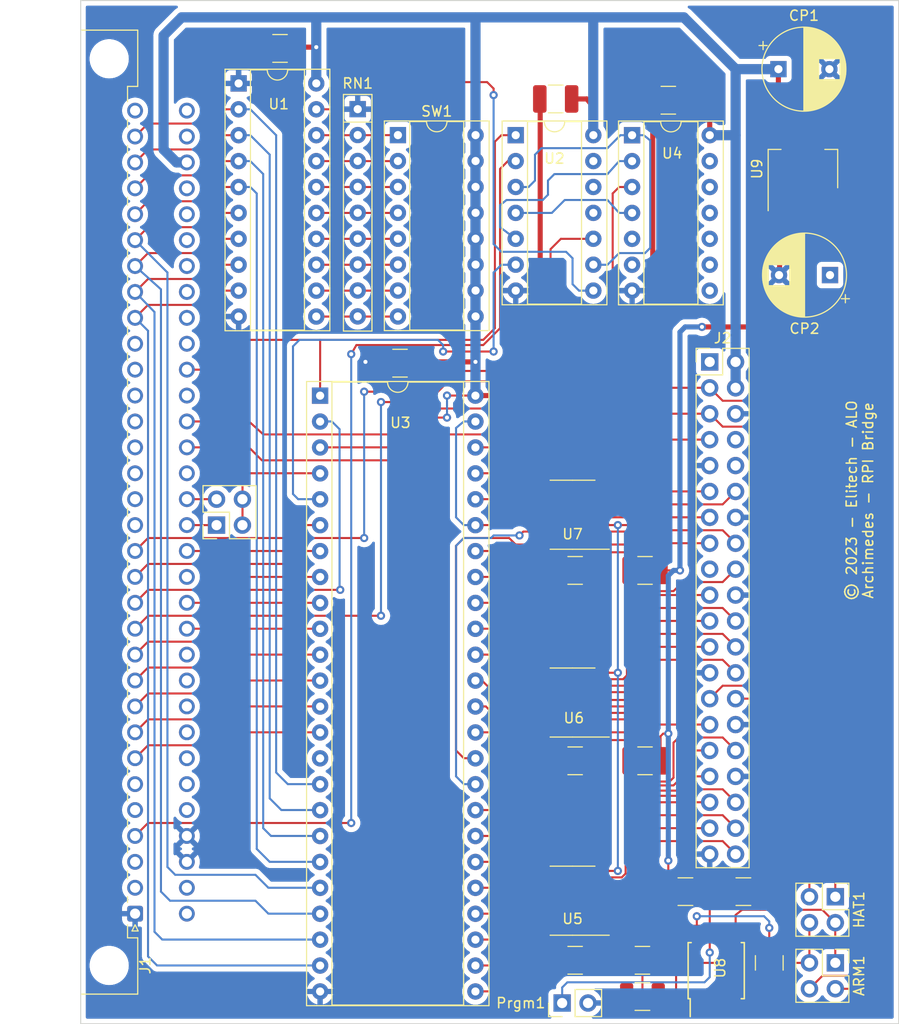
<source format=kicad_pcb>
(kicad_pcb (version 20211014) (generator pcbnew)
  (layers (0 "F.Cu" signal) (31 "B.Cu" signal) (34 "B.Paste" user) (35 "F.Paste" user) (36 "B.SilkS" user "B.Silkscreen") (37 "F.SilkS" user "F.Silkscreen") (38 "B.Mask" user) (39 "F.Mask" user) (44 "Edge.Cuts" user))
  (net 0 "")
  (net 1 "Net-(ARM1-Pad1)")
  (net 2 "I2C_DATA")
  (net 3 "Net-(ARM1-Pad3)")
  (net 4 "I2C_CLK")
  (net 5 "+3.3V")
  (net 6 "GND")
  (net 7 "+5V")
  (net 8 "ID_DATA")
  (net 9 "ID_CLK")
  (net 10 "{slash}PIRQ")
  (net 11 "{slash}PFIQ")
  (net 12 "Net-(INT1-Pad3)")
  (net 15 "LA13")
  (net 16 "LA12")
  (net 17 "LA11")
  (net 18 "LA10")
  (net 19 "LA09")
  (net 20 "LA08")
  (net 21 "LA07")
  (net 22 "LA06")
  (net 23 "LA05")
  (net 24 "LA04")
  (net 25 "LA03")
  (net 26 "LA02")
  (net 35 "BD7")
  (net 36 "BD6")
  (net 37 "BD5")
  (net 38 "BD4")
  (net 39 "BD3")
  (net 40 "BD2")
  (net 41 "BD1")
  (net 42 "BD0")
  (net 47 "{slash}MS")
  (net 53 "{slash}RST")
  (net 54 "PR{slash}W")
  (net 55 "{slash}WR")
  (net 56 "{slash}RD")
  (net 57 "{slash}PIFQ")
  (net 59 "I2C_C")
  (net 60 "I2C_D")
  (net 61 "{slash}EXTPS")
  (net 62 "{slash}PS")
  (net 63 "{slash}IOGT")
  (net 64 "{slash}IORQ")
  (net 65 "{slash}BL")
  (net 67 "CLK2")
  (net 68 "CLK8")
  (net 69 "REF8M")
  (net 72 "R_OE")
  (net 73 "SerTX")
  (net 74 "SerRX")
  (net 75 "RD0")
  (net 76 "RD1")
  (net 77 "RD2")
  (net 78 "RD4")
  (net 79 "RD3")
  (net 81 "RD5")
  (net 82 "RD6")
  (net 83 "R_R{slash}W")
  (net 84 "RD7")
  (net 85 "{slash}R_OE")
  (net 86 "R_BSY")
  (net 87 "RA9")
  (net 88 "RA8")
  (net 89 "RA7")
  (net 90 "RA6")
  (net 91 "RA5")
  (net 92 "RA3")
  (net 93 "RA4")
  (net 94 "RA1")
  (net 95 "RA2")
  (net 96 "RA0")
  (net 97 "Net-(Prgm1-Pad1)")
  (net 98 "Net-(RN1-Pad2)")
  (net 99 "Net-(RN1-Pad3)")
  (net 100 "Net-(RN1-Pad4)")
  (net 101 "Net-(RN1-Pad5)")
  (net 102 "Net-(RN1-Pad6)")
  (net 103 "Net-(RN1-Pad7)")
  (net 104 "Net-(RN1-Pad8)")
  (net 105 "Net-(RN1-Pad9)")
  (net 106 "Net-(U1-Pad19)")
  (net 107 "Net-(U2-Pad3)")
  (net 108 "Net-(U2-Pad4)")
  (net 109 "Net-(U2-Pad5)")
  (net 110 "Net-(U2-Pad6)")
  (net 112 "DR7")
  (net 113 "DR5")
  (net 114 "DR4")
  (net 115 "DR3")
  (net 116 "DR2")
  (net 117 "DR1")
  (net 118 "DR0")
  (net 119 "AR9")
  (net 120 "AR8")
  (net 121 "AR7")
  (net 122 "AR6")
  (net 123 "AR5")
  (net 124 "AR4")
  (net 125 "AR3")
  (net 126 "AR2")
  (net 127 "AR1")
  (net 128 "AR0")
  (net 129 "OE_R")
  (net 130 "{slash}R_INT")
  (net 131 "BSY_R")
  (net 132 "RRW")
  (net 133 "DR6")
  (net 134 "INT_R")
  (net 135 "RINT")
  (footprint "Resistor_SMD:R_1210_3225Metric_Pad1.30x2.65mm_HandSolder" (layer "F.Cu") (at 135.128 124.714)
    (fp_text reference "R3" hide)
    (fp_text value "3.9k" hide)
    (pad "1" smd roundrect (at -1.55 0) (size 1.3 2.65) (layers "F.Cu" "F.Paste" "F.Mask") (roundrect_rratio 0.1923076923) (net 5 "+3.3V"))
    (pad "2" smd roundrect (at 1.55 0) (size 1.3 2.65) (layers "F.Cu" "F.Paste" "F.Mask") (roundrect_rratio 0.1923076923) (net 1 "Net-(ARM1-Pad1)"))
  )
  (footprint "Package_DIP:DIP-14_W7.62mm_Socket" (layer "F.Cu") (at 112.786 50.541)
    (fp_text reference "U2" (at 3.8 2.291) (layer "F.SilkS"))
    (fp_text value "74LS32")
    (pad "1" thru_hole rect (at 0 0) (size 1.6 1.6) (drill 0.8) (layers *.Cu *.Mask) (net 62 "{slash}PS"))
    (pad "2" thru_hole oval (at 0 2.54) (size 1.6 1.6) (drill 0.8) (layers *.Cu *.Mask) (net 15 "LA13"))
    (pad "3" thru_hole oval (at 0 5.08) (size 1.6 1.6) (drill 0.8) (layers *.Cu *.Mask) (net 107 "Net-(U2-Pad3)"))
    (pad "4" thru_hole oval (at 0 7.62) (size 1.6 1.6) (drill 0.8) (layers *.Cu *.Mask) (net 108 "Net-(U2-Pad4)"))
    (pad "5" thru_hole oval (at 0 10.16) (size 1.6 1.6) (drill 0.8) (layers *.Cu *.Mask) (net 109 "Net-(U2-Pad5)"))
    (pad "6" thru_hole oval (at 0 12.7) (size 1.6 1.6) (drill 0.8) (layers *.Cu *.Mask) (net 110 "Net-(U2-Pad6)"))
    (pad "7" thru_hole oval (at 0 15.24) (size 1.6 1.6) (drill 0.8) (layers *.Cu *.Mask) (net 6 "GND"))
    (pad "8" thru_hole oval (at 7.62 15.24) (size 1.6 1.6) (drill 0.8) (layers *.Cu *.Mask) (net 106 "Net-(U1-Pad19)"))
    (pad "9" thru_hole oval (at 7.62 12.7) (size 1.6 1.6) (drill 0.8) (layers *.Cu *.Mask) (net 107 "Net-(U2-Pad3)"))
    (pad "10" thru_hole oval (at 7.62 10.16) (size 1.6 1.6) (drill 0.8) (layers *.Cu *.Mask) (net 56 "{slash}RD"))
    (pad "11" thru_hole oval (at 7.62 7.62) (size 1.6 1.6) (drill 0.8) (layers *.Cu *.Mask))
    (pad "12" thru_hole oval (at 7.62 5.08) (size 1.6 1.6) (drill 0.8) (layers *.Cu *.Mask))
    (pad "13" thru_hole oval (at 7.62 2.54) (size 1.6 1.6) (drill 0.8) (layers *.Cu *.Mask))
    (pad "14" thru_hole oval (at 7.62 0) (size 1.6 1.6) (drill 0.8) (layers *.Cu *.Mask) (net 7 "+5V"))
  )
  (footprint "Connector_PinHeader_2.54mm:PinHeader_2x20_P2.54mm_Vertical" (layer "F.Cu") (at 131.821 72.776)
    (fp_text reference "J2" (at 1.27 -2.33) (layer "F.SilkS"))
    (fp_text value "RPI Connector")
    (pad "1" thru_hole rect (at 0 0) (size 1.7 1.7) (drill 1) (layers *.Cu *.Mask) (net 5 "+3.3V"))
    (pad "2" thru_hole oval (at 2.54 0) (size 1.7 1.7) (drill 1) (layers *.Cu *.Mask) (net 7 "+5V"))
    (pad "3" thru_hole oval (at 0 2.54) (size 1.7 1.7) (drill 1) (layers *.Cu *.Mask) (net 2 "I2C_DATA"))
    (pad "4" thru_hole oval (at 2.54 2.54) (size 1.7 1.7) (drill 1) (layers *.Cu *.Mask) (net 7 "+5V"))
    (pad "5" thru_hole oval (at 0 5.08) (size 1.7 1.7) (drill 1) (layers *.Cu *.Mask) (net 4 "I2C_CLK"))
    (pad "6" thru_hole oval (at 2.54 5.08) (size 1.7 1.7) (drill 1) (layers *.Cu *.Mask) (net 6 "GND"))
    (pad "7" thru_hole oval (at 0 7.62) (size 1.7 1.7) (drill 1) (layers *.Cu *.Mask) (net 83 "R_R{slash}W"))
    (pad "8" thru_hole oval (at 2.54 7.62) (size 1.7 1.7) (drill 1) (layers *.Cu *.Mask) (net 73 "SerTX"))
    (pad "9" thru_hole oval (at 0 10.16) (size 1.7 1.7) (drill 1) (layers *.Cu *.Mask) (net 6 "GND"))
    (pad "10" thru_hole oval (at 2.54 10.16) (size 1.7 1.7) (drill 1) (layers *.Cu *.Mask) (net 74 "SerRX"))
    (pad "11" thru_hole oval (at 0 12.7) (size 1.7 1.7) (drill 1) (layers *.Cu *.Mask) (net 86 "R_BSY"))
    (pad "12" thru_hole oval (at 2.54 12.7) (size 1.7 1.7) (drill 1) (layers *.Cu *.Mask) (net 134 "INT_R"))
    (pad "13" thru_hole oval (at 0 15.24) (size 1.7 1.7) (drill 1) (layers *.Cu *.Mask) (net 72 "R_OE"))
    (pad "14" thru_hole oval (at 2.54 15.24) (size 1.7 1.7) (drill 1) (layers *.Cu *.Mask) (net 6 "GND"))
    (pad "15" thru_hole oval (at 0 17.78) (size 1.7 1.7) (drill 1) (layers *.Cu *.Mask) (net 88 "RA8"))
    (pad "16" thru_hole oval (at 2.54 17.78) (size 1.7 1.7) (drill 1) (layers *.Cu *.Mask) (net 87 "RA9"))
    (pad "17" thru_hole oval (at 0 20.32) (size 1.7 1.7) (drill 1) (layers *.Cu *.Mask))
    (pad "18" thru_hole oval (at 2.54 20.32) (size 1.7 1.7) (drill 1) (layers *.Cu *.Mask) (net 96 "RA0"))
    (pad "19" thru_hole oval (at 0 22.86) (size 1.7 1.7) (drill 1) (layers *.Cu *.Mask) (net 94 "RA1"))
    (pad "20" thru_hole oval (at 2.54 22.86) (size 1.7 1.7) (drill 1) (layers *.Cu *.Mask) (net 6 "GND"))
    (pad "21" thru_hole oval (at 0 25.4) (size 1.7 1.7) (drill 1) (layers *.Cu *.Mask) (net 92 "RA3"))
    (pad "22" thru_hole oval (at 2.54 25.4) (size 1.7 1.7) (drill 1) (layers *.Cu *.Mask) (net 95 "RA2"))
    (pad "23" thru_hole oval (at 0 27.94) (size 1.7 1.7) (drill 1) (layers *.Cu *.Mask) (net 91 "RA5"))
    (pad "24" thru_hole oval (at 2.54 27.94) (size 1.7 1.7) (drill 1) (layers *.Cu *.Mask) (net 93 "RA4"))
    (pad "25" thru_hole oval (at 0 30.48) (size 1.7 1.7) (drill 1) (layers *.Cu *.Mask) (net 6 "GND"))
    (pad "26" thru_hole oval (at 2.54 30.48) (size 1.7 1.7) (drill 1) (layers *.Cu *.Mask) (net 90 "RA6"))
    (pad "27" thru_hole oval (at 0 33.02) (size 1.7 1.7) (drill 1) (layers *.Cu *.Mask) (net 8 "ID_DATA"))
    (pad "28" thru_hole oval (at 2.54 33.02) (size 1.7 1.7) (drill 1) (layers *.Cu *.Mask) (net 9 "ID_CLK"))
    (pad "29" thru_hole oval (at 0 35.56) (size 1.7 1.7) (drill 1) (layers *.Cu *.Mask) (net 89 "RA7"))
    (pad "30" thru_hole oval (at 2.54 35.56) (size 1.7 1.7) (drill 1) (layers *.Cu *.Mask) (net 6 "GND"))
    (pad "31" thru_hole oval (at 0 38.1) (size 1.7 1.7) (drill 1) (layers *.Cu *.Mask) (net 76 "RD1"))
    (pad "32" thru_hole oval (at 2.54 38.1) (size 1.7 1.7) (drill 1) (layers *.Cu *.Mask) (net 75 "RD0"))
    (pad "33" thru_hole oval (at 0 40.64) (size 1.7 1.7) (drill 1) (layers *.Cu *.Mask) (net 77 "RD2"))
    (pad "34" thru_hole oval (at 2.54 40.64) (size 1.7 1.7) (drill 1) (layers *.Cu *.Mask) (net 6 "GND"))
    (pad "35" thru_hole oval (at 0 43.18) (size 1.7 1.7) (drill 1) (layers *.Cu *.Mask) (net 78 "RD4"))
    (pad "36" thru_hole oval (at 2.54 43.18) (size 1.7 1.7) (drill 1) (layers *.Cu *.Mask) (net 79 "RD3"))
    (pad "37" thru_hole oval (at 0 45.72) (size 1.7 1.7) (drill 1) (layers *.Cu *.Mask) (net 82 "RD6"))
    (pad "38" thru_hole oval (at 2.54 45.72) (size 1.7 1.7) (drill 1) (layers *.Cu *.Mask) (net 81 "RD5"))
    (pad "39" thru_hole oval (at 0 48.26) (size 1.7 1.7) (drill 1) (layers *.Cu *.Mask) (net 6 "GND"))
    (pad "40" thru_hole oval (at 2.54 48.26) (size 1.7 1.7) (drill 1) (layers *.Cu *.Mask) (net 84 "RD7"))
  )
  (footprint "Package_SO:TSSOP-20_4.4x6.5mm_P0.65mm" (layer "F.Cu") (at 118.364 106.172 180)
    (fp_text reference "U6" (at -0.127 -1.524) (layer "F.SilkS"))
    (fp_text value "TXS0108EPW" hide)
    (pad "1" smd roundrect (at -2.8625 -2.925 180) (size 1.475 0.4) (layers "F.Cu" "F.Paste" "F.Mask") (net 89 "RA7"))
    (pad "2" smd roundrect (at -2.8625 -2.275 180) (size 1.475 0.4) (layers "F.Cu" "F.Paste" "F.Mask") (net 5 "+3.3V"))
    (pad "3" smd roundrect (at -2.8625 -1.625 180) (size 1.475 0.4) (layers "F.Cu" "F.Paste" "F.Mask") (net 90 "RA6"))
    (pad "4" smd roundrect (at -2.8625 -0.975 180) (size 1.475 0.4) (layers "F.Cu" "F.Paste" "F.Mask") (net 91 "RA5"))
    (pad "5" smd roundrect (at -2.8625 -0.325 180) (size 1.475 0.4) (layers "F.Cu" "F.Paste" "F.Mask") (net 93 "RA4"))
    (pad "6" smd roundrect (at -2.8625 0.325 180) (size 1.475 0.4) (layers "F.Cu" "F.Paste" "F.Mask") (net 92 "RA3"))
    (pad "7" smd roundrect (at -2.8625 0.975 180) (size 1.475 0.4) (layers "F.Cu" "F.Paste" "F.Mask") (net 95 "RA2"))
    (pad "8" smd roundrect (at -2.8625 1.625 180) (size 1.475 0.4) (layers "F.Cu" "F.Paste" "F.Mask") (net 94 "RA1"))
    (pad "9" smd roundrect (at -2.8625 2.275 180) (size 1.475 0.4) (layers "F.Cu" "F.Paste" "F.Mask") (net 96 "RA0"))
    (pad "10" smd roundrect (at -2.8625 2.925 180) (size 1.475 0.4) (layers "F.Cu" "F.Paste" "F.Mask") (net 85 "{slash}R_OE"))
    (pad "11" smd roundrect (at 2.8625 2.925 180) (size 1.475 0.4) (layers "F.Cu" "F.Paste" "F.Mask") (net 6 "GND"))
    (pad "12" smd roundrect (at 2.8625 2.275 180) (size 1.475 0.4) (layers "F.Cu" "F.Paste" "F.Mask") (net 128 "AR0"))
    (pad "13" smd roundrect (at 2.8625 1.625 180) (size 1.475 0.4) (layers "F.Cu" "F.Paste" "F.Mask") (net 127 "AR1"))
    (pad "14" smd roundrect (at 2.8625 0.975 180) (size 1.475 0.4) (layers "F.Cu" "F.Paste" "F.Mask") (net 126 "AR2"))
    (pad "15" smd roundrect (at 2.8625 0.325 180) (size 1.475 0.4) (layers "F.Cu" "F.Paste" "F.Mask") (net 125 "AR3"))
    (pad "16" smd roundrect (at 2.8625 -0.325 180) (size 1.475 0.4) (layers "F.Cu" "F.Paste" "F.Mask") (net 124 "AR4"))
    (pad "17" smd roundrect (at 2.8625 -0.975 180) (size 1.475 0.4) (layers "F.Cu" "F.Paste" "F.Mask") (net 123 "AR5"))
    (pad "18" smd roundrect (at 2.8625 -1.625 180) (size 1.475 0.4) (layers "F.Cu" "F.Paste" "F.Mask") (net 122 "AR6"))
    (pad "19" smd roundrect (at 2.8625 -2.275 180) (size 1.475 0.4) (layers "F.Cu" "F.Paste" "F.Mask") (net 7 "+5V"))
    (pad "20" smd roundrect (at 2.8625 -2.925 180) (size 1.475 0.4) (layers "F.Cu" "F.Paste" "F.Mask") (net 121 "AR7"))
  )
  (footprint "Package_DIP:DIP-16_W7.62mm_Socket" (layer "F.Cu") (at 101.229 50.536)
    (fp_text reference "SW1" (at 3.81 -2.33) (layer "F.SilkS"))
    (fp_text value "SW_DIP_x08" hide)
    (pad "1" thru_hole rect (at 0 0) (size 1.6 1.6) (drill 0.8) (layers *.Cu *.Mask) (net 98 "Net-(RN1-Pad2)"))
    (pad "2" thru_hole oval (at 0 2.54) (size 1.6 1.6) (drill 0.8) (layers *.Cu *.Mask) (net 99 "Net-(RN1-Pad3)"))
    (pad "3" thru_hole oval (at 0 5.08) (size 1.6 1.6) (drill 0.8) (layers *.Cu *.Mask) (net 100 "Net-(RN1-Pad4)"))
    (pad "4" thru_hole oval (at 0 7.62) (size 1.6 1.6) (drill 0.8) (layers *.Cu *.Mask) (net 101 "Net-(RN1-Pad5)"))
    (pad "5" thru_hole oval (at 0 10.16) (size 1.6 1.6) (drill 0.8) (layers *.Cu *.Mask) (net 102 "Net-(RN1-Pad6)"))
    (pad "6" thru_hole oval (at 0 12.7) (size 1.6 1.6) (drill 0.8) (layers *.Cu *.Mask) (net 103 "Net-(RN1-Pad7)"))
    (pad "7" thru_hole oval (at 0 15.24) (size 1.6 1.6) (drill 0.8) (layers *.Cu *.Mask) (net 104 "Net-(RN1-Pad8)"))
    (pad "8" thru_hole oval (at 0 17.78) (size 1.6 1.6) (drill 0.8) (layers *.Cu *.Mask) (net 105 "Net-(RN1-Pad9)"))
    (pad "9" thru_hole oval (at 7.62 17.78) (size 1.6 1.6) (drill 0.8) (layers *.Cu *.Mask) (net 7 "+5V"))
    (pad "10" thru_hole oval (at 7.62 15.24) (size 1.6 1.6) (drill 0.8) (layers *.Cu *.Mask) (net 7 "+5V"))
    (pad "11" thru_hole oval (at 7.62 12.7) (size 1.6 1.6) (drill 0.8) (layers *.Cu *.Mask) (net 7 "+5V"))
    (pad "12" thru_hole oval (at 7.62 10.16) (size 1.6 1.6) (drill 0.8) (layers *.Cu *.Mask) (net 7 "+5V"))
    (pad "13" thru_hole oval (at 7.62 7.62) (size 1.6 1.6) (drill 0.8) (layers *.Cu *.Mask) (net 7 "+5V"))
    (pad "14" thru_hole oval (at 7.62 5.08) (size 1.6 1.6) (drill 0.8) (layers *.Cu *.Mask) (net 7 "+5V"))
    (pad "15" thru_hole oval (at 7.62 2.54) (size 1.6 1.6) (drill 0.8) (layers *.Cu *.Mask) (net 7 "+5V"))
    (pad "16" thru_hole oval (at 7.62 0) (size 1.6 1.6) (drill 0.8) (layers *.Cu *.Mask) (net 7 "+5V"))
  )
  (footprint "Capacitor_SMD:C_1210_3225Metric_Pad1.33x2.70mm_HandSolder" (layer "F.Cu") (at 137.668 131.699 -90)
    (fp_text reference "C2" hide)
    (fp_text value "100n" hide)
    (pad "1" smd roundrect (at -1.5625 0 270) (size 1.325 2.7) (layers "F.Cu" "F.Paste" "F.Mask") (roundrect_rratio 0.1886792453) (net 5 "+3.3V"))
    (pad "2" smd roundrect (at 1.5625 0 270) (size 1.325 2.7) (layers "F.Cu" "F.Paste" "F.Mask") (roundrect_rratio 0.1886792453) (net 6 "GND"))
  )
  (footprint "Package_SO:SOIC-8W_5.3x5.3mm_P1.27mm" (layer "F.Cu") (at 132.461 132.461 90)
    (fp_text reference "U8" (at 0.254 0.381 90) (layer "F.SilkS"))
    (fp_text value "24C128" hide)
    (pad "1" smd rect (at -3.65 -1.905 90) (size 1.7 0.65) (layers "F.Cu" "F.Paste" "F.Mask") (net 6 "GND"))
    (pad "2" smd rect (at -3.65 -0.635 90) (size 1.7 0.65) (layers "F.Cu" "F.Paste" "F.Mask") (net 6 "GND"))
    (pad "3" smd rect (at -3.65 0.635 90) (size 1.7 0.65) (layers "F.Cu" "F.Paste" "F.Mask") (net 6 "GND"))
    (pad "4" smd rect (at -3.65 1.905 90) (size 1.7 0.65) (layers "F.Cu" "F.Paste" "F.Mask") (net 6 "GND"))
    (pad "5" smd rect (at 3.65 1.905 90) (size 1.7 0.65) (layers "F.Cu" "F.Paste" "F.Mask") (net 1 "Net-(ARM1-Pad1)"))
    (pad "6" smd rect (at 3.65 0.635 90) (size 1.7 0.65) (layers "F.Cu" "F.Paste" "F.Mask") (net 3 "Net-(ARM1-Pad3)"))
    (pad "7" smd rect (at 3.65 -0.635 90) (size 1.7 0.65) (layers "F.Cu" "F.Paste" "F.Mask") (net 97 "Net-(Prgm1-Pad1)"))
    (pad "8" smd rect (at 3.65 -1.905 90) (size 1.7 0.65) (layers "F.Cu" "F.Paste" "F.Mask") (net 5 "+3.3V"))
  )
  (footprint "Package_SO:TSSOP-20_4.4x6.5mm_P0.65mm" (layer "F.Cu") (at 118.364 125.603 180)
    (fp_text reference "U5" (at 0 -1.778) (layer "F.SilkS"))
    (fp_text value "TXS0108EPW" hide)
    (pad "1" smd roundrect (at -2.8625 -2.925 180) (size 1.475 0.4) (layers "F.Cu" "F.Paste" "F.Mask") (net 84 "RD7"))
    (pad "2" smd roundrect (at -2.8625 -2.275 180) (size 1.475 0.4) (layers "F.Cu" "F.Paste" "F.Mask") (net 5 "+3.3V"))
    (pad "3" smd roundrect (at -2.8625 -1.625 180) (size 1.475 0.4) (layers "F.Cu" "F.Paste" "F.Mask") (net 82 "RD6"))
    (pad "4" smd roundrect (at -2.8625 -0.975 180) (size 1.475 0.4) (layers "F.Cu" "F.Paste" "F.Mask") (net 81 "RD5"))
    (pad "5" smd roundrect (at -2.8625 -0.325 180) (size 1.475 0.4) (layers "F.Cu" "F.Paste" "F.Mask") (net 78 "RD4"))
    (pad "6" smd roundrect (at -2.8625 0.325 180) (size 1.475 0.4) (layers "F.Cu" "F.Paste" "F.Mask") (net 79 "RD3"))
    (pad "7" smd roundrect (at -2.8625 0.975 180) (size 1.475 0.4) (layers "F.Cu" "F.Paste" "F.Mask") (net 77 "RD2"))
    (pad "8" smd roundrect (at -2.8625 1.625 180) (size 1.475 0.4) (layers "F.Cu" "F.Paste" "F.Mask") (net 76 "RD1"))
    (pad "9" smd roundrect (at -2.8625 2.275 180) (size 1.475 0.4) (layers "F.Cu" "F.Paste" "F.Mask") (net 75 "RD0"))
    (pad "10" smd roundrect (at -2.8625 2.925 180) (size 1.475 0.4) (layers "F.Cu" "F.Paste" "F.Mask") (net 85 "{slash}R_OE"))
    (pad "11" smd roundrect (at 2.8625 2.925 180) (size 1.475 0.4) (layers "F.Cu" "F.Paste" "F.Mask") (net 6 "GND"))
    (pad "12" smd roundrect (at 2.8625 2.275 180) (size 1.475 0.4) (layers "F.Cu" "F.Paste" "F.Mask") (net 118 "DR0"))
    (pad "13" smd roundrect (at 2.8625 1.625 180) (size 1.475 0.4) (layers "F.Cu" "F.Paste" "F.Mask") (net 117 "DR1"))
    (pad "14" smd roundrect (at 2.8625 0.975 180) (size 1.475 0.4) (layers "F.Cu" "F.Paste" "F.Mask") (net 116 "DR2"))
    (pad "15" smd roundrect (at 2.8625 0.325 180) (size 1.475 0.4) (layers "F.Cu" "F.Paste" "F.Mask") (net 115 "DR3"))
    (pad "16" smd roundrect (at 2.8625 -0.325 180) (size 1.475 0.4) (layers "F.Cu" "F.Paste" "F.Mask") (net 114 "DR4"))
    (pad "17" smd roundrect (at 2.8625 -0.975 180) (size 1.475 0.4) (layers "F.Cu" "F.Paste" "F.Mask") (net 113 "DR5"))
    (pad "18" smd roundrect (at 2.8625 -1.625 180) (size 1.475 0.4) (layers "F.Cu" "F.Paste" "F.Mask") (net 133 "DR6"))
    (pad "19" smd roundrect (at 2.8625 -2.275 180) (size 1.475 0.4) (layers "F.Cu" "F.Paste" "F.Mask") (net 7 "+5V"))
    (pad "20" smd roundrect (at 2.8625 -2.925 180) (size 1.475 0.4) (layers "F.Cu" "F.Paste" "F.Mask") (net 112 "DR7"))
  )
  (footprint "Package_TO_SOT_SMD:SOT-223-3_TabPin2" (layer "F.Cu") (at 140.97 53.848 90)
    (fp_text reference "U9" (at 0 -4.5 90) (layer "F.SilkS"))
    (fp_text value "LM1117-3.3")
    (pad "1" smd rect (at -3.15 -2.3 90) (size 2 1.5) (layers "F.Cu" "F.Paste" "F.Mask") (net 6 "GND"))
    (pad "2" smd rect (at -3.15 0 90) (size 2 1.5) (layers "F.Cu" "F.Paste" "F.Mask") (net 5 "+3.3V"))
    (pad "2" smd rect (at 3.15 0 90) (size 2 3.8) (layers "F.Cu" "F.Paste" "F.Mask") (net 5 "+3.3V"))
    (pad "3" smd rect (at -3.15 2.3 90) (size 2 1.5) (layers "F.Cu" "F.Paste" "F.Mask") (net 7 "+5V"))
  )
  (footprint "Resistor_SMD:R_1210_3225Metric_Pad1.30x2.65mm_HandSolder" (layer "F.Cu") (at 129.439 124.714)
    (fp_text reference "R2" hide)
    (fp_text value "1k" hide)
    (pad "1" smd roundrect (at -1.55 0) (size 1.3 2.65) (layers "F.Cu" "F.Paste" "F.Mask") (roundrect_rratio 0.1923076923) (net 5 "+3.3V"))
    (pad "2" smd roundrect (at 1.55 0) (size 1.3 2.65) (layers "F.Cu" "F.Paste" "F.Mask") (roundrect_rratio 0.1923076923) (net 97 "Net-(Prgm1-Pad1)"))
  )
  (footprint "Resistor_SMD:R_1210_3225Metric_Pad1.30x2.65mm_HandSolder" (layer "F.Cu") (at 125.222 135.001)
    (fp_text reference "R4" hide)
    (fp_text value "3.9k" hide)
    (pad "1" smd roundrect (at -1.55 0) (size 1.3 2.65) (layers "F.Cu" "F.Paste" "F.Mask") (roundrect_rratio 0.1923076923) (net 5 "+3.3V"))
    (pad "2" smd roundrect (at 1.55 0) (size 1.3 2.65) (layers "F.Cu" "F.Paste" "F.Mask") (roundrect_rratio 0.1923076923) (net 3 "Net-(ARM1-Pad3)"))
  )
  (footprint "Package_SO:TSSOP-20_4.4x6.5mm_P0.65mm" (layer "F.Cu") (at 118.364 87.757 180)
    (fp_text reference "U7" (at 0 -1.905) (layer "F.SilkS"))
    (fp_text value "TXS0108EPW" hide)
    (pad "1" smd roundrect (at -2.8625 -2.925 180) (size 1.475 0.4) (layers "F.Cu" "F.Paste" "F.Mask") (net 88 "RA8"))
    (pad "2" smd roundrect (at -2.8625 -2.275 180) (size 1.475 0.4) (layers "F.Cu" "F.Paste" "F.Mask") (net 5 "+3.3V"))
    (pad "3" smd roundrect (at -2.8625 -1.625 180) (size 1.475 0.4) (layers "F.Cu" "F.Paste" "F.Mask") (net 87 "RA9"))
    (pad "4" smd roundrect (at -2.8625 -0.975 180) (size 1.475 0.4) (layers "F.Cu" "F.Paste" "F.Mask") (net 85 "{slash}R_OE"))
    (pad "5" smd roundrect (at -2.8625 -0.325 180) (size 1.475 0.4) (layers "F.Cu" "F.Paste" "F.Mask") (net 134 "INT_R"))
    (pad "6" smd roundrect (at -2.8625 0.325 180) (size 1.475 0.4) (layers "F.Cu" "F.Paste" "F.Mask") (net 86 "R_BSY"))
    (pad "7" smd roundrect (at -2.8625 0.975 180) (size 1.475 0.4) (layers "F.Cu" "F.Paste" "F.Mask") (net 83 "R_R{slash}W"))
    (pad "8" smd roundrect (at -2.8625 1.625 180) (size 1.475 0.4) (layers "F.Cu" "F.Paste" "F.Mask") (net 4 "I2C_CLK"))
    (pad "9" smd roundrect (at -2.8625 2.275 180) (size 1.475 0.4) (layers "F.Cu" "F.Paste" "F.Mask") (net 2 "I2C_DATA"))
    (pad "10" smd roundrect (at -2.8625 2.925 180) (size 1.475 0.4) (layers "F.Cu" "F.Paste" "F.Mask") (net 85 "{slash}R_OE"))
    (pad "11" smd roundrect (at 2.8625 2.925 180) (size 1.475 0.4) (layers "F.Cu" "F.Paste" "F.Mask") (net 6 "GND"))
    (pad "12" smd roundrect (at 2.8625 2.275 180) (size 1.475 0.4) (layers "F.Cu" "F.Paste" "F.Mask") (net 60 "I2C_D"))
    (pad "13" smd roundrect (at 2.8625 1.625 180) (size 1.475 0.4) (layers "F.Cu" "F.Paste" "F.Mask") (net 59 "I2C_C"))
    (pad "14" smd roundrect (at 2.8625 0.975 180) (size 1.475 0.4) (layers "F.Cu" "F.Paste" "F.Mask") (net 132 "RRW"))
    (pad "15" smd roundrect (at 2.8625 0.325 180) (size 1.475 0.4) (layers "F.Cu" "F.Paste" "F.Mask") (net 131 "BSY_R"))
    (pad "16" smd roundrect (at 2.8625 -0.325 180) (size 1.475 0.4) (layers "F.Cu" "F.Paste" "F.Mask") (net 135 "RINT"))
    (pad "17" smd roundrect (at 2.8625 -0.975 180) (size 1.475 0.4) (layers "F.Cu" "F.Paste" "F.Mask") (net 129 "OE_R"))
    (pad "18" smd roundrect (at 2.8625 -1.625 180) (size 1.475 0.4) (layers "F.Cu" "F.Paste" "F.Mask") (net 119 "AR9"))
    (pad "19" smd roundrect (at 2.8625 -2.275 180) (size 1.475 0.4) (layers "F.Cu" "F.Paste" "F.Mask") (net 7 "+5V"))
    (pad "20" smd roundrect (at 2.8625 -2.925 180) (size 1.475 0.4) (layers "F.Cu" "F.Paste" "F.Mask") (net 120 "AR8"))
  )
  (footprint "Capacitor_SMD:C_1210_3225Metric_Pad1.33x2.70mm_HandSolder" (layer "F.Cu") (at 116.713 46.99 180)
    (fp_text reference "C3" hide)
    (fp_text value "100n" hide)
    (pad "1" smd roundrect (at -1.5625 0 180) (size 1.325 2.7) (layers "F.Cu" "F.Paste" "F.Mask") (roundrect_rratio 0.1886792453) (net 7 "+5V"))
    (pad "2" smd roundrect (at 1.5625 0 180) (size 1.325 2.7) (layers "F.Cu" "F.Paste" "F.Mask") (roundrect_rratio 0.1886792453) (net 6 "GND"))
  )
  (footprint "Connector_DIN:DIN41612_R_2x32_Male_Horizontal_THT" (layer "F.Cu") (at 75.438 126.873 90)
    (fp_text reference "J1" (at -5.08 1 90) (layer "F.SilkS"))
    (fp_text value "Podule connector")
    (pad "" np_thru_hole circle (at -5.08 -2.54 90) (size 2.85 2.85) (drill 2.85) (layers *.Cu *.Mask))
    (pad "" np_thru_hole circle (at 83.82 -2.54 90) (size 2.85 2.85) (drill 2.85) (layers *.Cu *.Mask))
    (pad "a1" thru_hole roundrect (at 0 0 90) (size 1.55 1.55) (drill 1) (layers *.Cu *.Mask) (roundrect_rratio 0.1612896774) (net 6 "GND"))
    (pad "a2" thru_hole circle (at 2.54 0 90) (size 1.55 1.55) (drill 1) (layers *.Cu *.Mask))
    (pad "a3" thru_hole circle (at 5.08 0 90) (size 1.55 1.55) (drill 1) (layers *.Cu *.Mask))
    (pad "a4" thru_hole circle (at 7.62 0 90) (size 1.55 1.55) (drill 1) (layers *.Cu *.Mask) (net 15 "LA13"))
    (pad "a5" thru_hole circle (at 10.16 0 90) (size 1.55 1.55) (drill 1) (layers *.Cu *.Mask) (net 16 "LA12"))
    (pad "a6" thru_hole circle (at 12.7 0 90) (size 1.55 1.55) (drill 1) (layers *.Cu *.Mask) (net 17 "LA11"))
    (pad "a7" thru_hole circle (at 15.24 0 90) (size 1.55 1.55) (drill 1) (layers *.Cu *.Mask) (net 18 "LA10"))
    (pad "a8" thru_hole circle (at 17.78 0 90) (size 1.55 1.55) (drill 1) (layers *.Cu *.Mask) (net 19 "LA09"))
    (pad "a9" thru_hole circle (at 20.32 0 90) (size 1.55 1.55) (drill 1) (layers *.Cu *.Mask) (net 20 "LA08"))
    (pad "a10" thru_hole circle (at 22.86 0 90) (size 1.55 1.55) (drill 1) (layers *.Cu *.Mask) (net 21 "LA07"))
    (pad "a11" thru_hole circle (at 25.4 0 90) (size 1.55 1.55) (drill 1) (layers *.Cu *.Mask) (net 22 "LA06"))
    (pad "a12" thru_hole circle (at 27.94 0 90) (size 1.55 1.55) (drill 1) (layers *.Cu *.Mask) (net 23 "LA05"))
    (pad "a13" thru_hole circle (at 30.48 0 90) (size 1.55 1.55) (drill 1) (layers *.Cu *.Mask) (net 24 "LA04"))
    (pad "a14" thru_hole circle (at 33.02 0 90) (size 1.55 1.55) (drill 1) (layers *.Cu *.Mask) (net 25 "LA03"))
    (pad "a15" thru_hole circle (at 35.56 0 90) (size 1.55 1.55) (drill 1) (layers *.Cu *.Mask) (net 26 "LA02"))
    (pad "a16" thru_hole circle (at 38.1 0 90) (size 1.55 1.55) (drill 1) (layers *.Cu *.Mask))
    (pad "a17" thru_hole circle (at 40.64 0 90) (size 1.55 1.55) (drill 1) (layers *.Cu *.Mask))
    (pad "a18" thru_hole circle (at 43.18 0 90) (size 1.55 1.55) (drill 1) (layers *.Cu *.Mask))
    (pad "a19" thru_hole circle (at 45.72 0 90) (size 1.55 1.55) (drill 1) (layers *.Cu *.Mask))
    (pad "a20" thru_hole circle (at 48.26 0 90) (size 1.55 1.55) (drill 1) (layers *.Cu *.Mask))
    (pad "a21" thru_hole circle (at 50.8 0 90) (size 1.55 1.55) (drill 1) (layers *.Cu *.Mask))
    (pad "a22" thru_hole circle (at 53.34 0 90) (size 1.55 1.55) (drill 1) (layers *.Cu *.Mask))
    (pad "a23" thru_hole circle (at 55.88 0 90) (size 1.55 1.55) (drill 1) (layers *.Cu *.Mask))
    (pad "a24" thru_hole circle (at 58.42 0 90) (size 1.55 1.55) (drill 1) (layers *.Cu *.Mask) (net 35 "BD7"))
    (pad "a25" thru_hole circle (at 60.96 0 90) (size 1.55 1.55) (drill 1) (layers *.Cu *.Mask) (net 36 "BD6"))
    (pad "a26" thru_hole circle (at 63.5 0 90) (size 1.55 1.55) (drill 1) (layers *.Cu *.Mask) (net 37 "BD5"))
    (pad "a27" thru_hole circle (at 66.04 0 90) (size 1.55 1.55) (drill 1) (layers *.Cu *.Mask) (net 38 "BD4"))
    (pad "a28" thru_hole circle (at 68.58 0 90) (size 1.55 1.55) (drill 1) (layers *.Cu *.Mask) (net 39 "BD3"))
    (pad "a29" thru_hole circle (at 71.12 0 90) (size 1.55 1.55) (drill 1) (layers *.Cu *.Mask) (net 40 "BD2"))
    (pad "a30" thru_hole circle (at 73.66 0 90) (size 1.55 1.55) (drill 1) (layers *.Cu *.Mask) (net 41 "BD1"))
    (pad "a31" thru_hole circle (at 76.2 0 90) (size 1.55 1.55) (drill 1) (layers *.Cu *.Mask) (net 42 "BD0"))
    (pad "a32" thru_hole circle (at 78.74 0 90) (size 1.55 1.55) (drill 1) (layers *.Cu *.Mask))
    (pad "c1" thru_hole circle (at 0 5.08 90) (size 1.55 1.55) (drill 1) (layers *.Cu *.Mask))
    (pad "c2" thru_hole circle (at 2.54 5.08 90) (size 1.55 1.55) (drill 1) (layers *.Cu *.Mask))
    (pad "c3" thru_hole circle (at 5.08 5.08 90) (size 1.55 1.55) (drill 1) (layers *.Cu *.Mask) (net 6 "GND"))
    (pad "c4" thru_hole circle (at 7.62 5.08 90) (size 1.55 1.55) (drill 1) (layers *.Cu *.Mask) (net 6 "GND"))
    (pad "c5" thru_hole circle (at 10.16 5.08 90) (size 1.55 1.55) (drill 1) (layers *.Cu *.Mask))
    (pad "c6" thru_hole circle (at 12.7 5.08 90) (size 1.55 1.55) (drill 1) (layers *.Cu *.Mask) (net 47 "{slash}MS"))
    (pad "c7" thru_hole circle (at 15.24 5.08 90) (size 1.55 1.55) (drill 1) (layers *.Cu *.Mask))
    (pad "c8" thru_hole circle (at 17.78 5.08 90) (size 1.55 1.55) (drill 1) (layers *.Cu *.Mask))
    (pad "c9" thru_hole circle (at 20.32 5.08 90) (size 1.55 1.55) (drill 1) (layers *.Cu *.Mask))
    (pad "c10" thru_hole circle (at 22.86 5.08 90) (size 1.55 1.55) (drill 1) (layers *.Cu *.Mask))
    (pad "c11" thru_hole circle (at 25.4 5.08 90) (size 1.55 1.55) (drill 1) (layers *.Cu *.Mask))
    (pad "c12" thru_hole circle (at 27.94 5.08 90) (size 1.55 1.55) (drill 1) (layers *.Cu *.Mask) (net 53 "{slash}RST"))
    (pad "c13" thru_hole circle (at 30.48 5.08 90) (size 1.55 1.55) (drill 1) (layers *.Cu *.Mask) (net 54 "PR{slash}W"))
    (pad "c14" thru_hole circle (at 33.02 5.08 90) (size 1.55 1.55) (drill 1) (layers *.Cu *.Mask) (net 55 "{slash}WR"))
    (pad "c15" thru_hole circle (at 35.56 5.08 90) (size 1.55 1.55) (drill 1) (layers *.Cu *.Mask) (net 56 "{slash}RD"))
    (pad "c16" thru_hole circle (at 38.1 5.08 90) (size 1.55 1.55) (drill 1) (layers *.Cu *.Mask) (net 10 "{slash}PIRQ"))
    (pad "c17" thru_hole circle (at 40.64 5.08 90) (size 1.55 1.55) (drill 1) (layers *.Cu *.Mask) (net 57 "{slash}PIFQ"))
    (pad "c18" thru_hole circle (at 43.18 5.08 90) (size 1.55 1.55) (drill 1) (layers *.Cu *.Mask))
    (pad "c19" thru_hole circle (at 45.72 5.08 90) (size 1.55 1.55) (drill 1) (layers *.Cu *.Mask) (net 59 "I2C_C"))
    (pad "c20" thru_hole circle (at 48.26 5.08 90) (size 1.55 1.55) (drill 1) (layers *.Cu *.Mask) (net 60 "I2C_D"))
    (pad "c21" thru_hole circle (at 50.8 5.08 90) (size 1.55 1.55) (drill 1) (layers *.Cu *.Mask) (net 61 "{slash}EXTPS"))
    (pad "c22" thru_hole circle (at 53.34 5.08 90) (size 1.55 1.55) (drill 1) (layers *.Cu *.Mask) (net 62 "{slash}PS"))
    (pad "c23" thru_hole circle (at 55.88 5.08 90) (size 1.55 1.55) (drill 1) (layers *.Cu *.Mask) (net 63 "{slash}IOGT"))
    (pad "c24" thru_hole circle (at 58.42 5.08 90) (size 1.55 1.55) (drill 1) (layers *.Cu *.Mask) (net 64 "{slash}IORQ"))
    (pad "c25" thru_hole circle (at 60.96 5.08 90) (size 1.55 1.55) (drill 1) (layers *.Cu *.Mask) (net 65 "{slash}BL"))
    (pad "c26" thru_hole circle (at 63.5 5.08 90) (size 1.55 1.55) (drill 1) (layers *.Cu *.Mask))
    (pad "c27" thru_hole circle (at 66.04 5.08 90) (size 1.55 1.55) (drill 1) (layers *.Cu *.Mask) (net 67 "CLK2"))
    (pad "c28" thru_hole circle (at 68.58 5.08 90) (size 1.55 1.55) (drill 1) (layers *.Cu *.Mask) (net 68 "CLK8"))
    (pad "c29" thru_hole circle (at 71.12 5.08 90) (size 1.55 1.55) (drill 1) (layers *.Cu *.Mask) (net 69 "REF8M"))
    (pad "c30" thru_hole circle (at 73.66 5.08 90) (size 1.55 1.55) (drill 1) (layers *.Cu *.Mask) (net 7 "+5V"))
    (pad "c31" thru_hole circle (at 76.2 5.08 90) (size 1.55 1.55) (drill 1) (layers *.Cu *.Mask))
    (pad "c32" thru_hole circle (at 78.74 5.08 90) (size 1.55 1.55) (drill 1) (layers *.Cu *.Mask))
  )
  (footprint "Connector_PinHeader_2.54mm:PinHeader_2x02_P2.54mm_Vertical" (layer "F.Cu") (at 83.434 88.778 90)
    (fp_text reference "INT1" hide)
    (fp_text value "INT")
    (pad "1" thru_hole rect (at 0 0 90) (size 1.7 1.7) (drill 1) (layers *.Cu *.Mask) (net 10 "{slash}PIRQ"))
    (pad "2" thru_hole oval (at 2.54 0 90) (size 1.7 1.7) (drill 1) (layers *.Cu *.Mask) (net 11 "{slash}PFIQ"))
    (pad "3" thru_hole oval (at 0 2.54 90) (size 1.7 1.7) (drill 1) (layers *.Cu *.Mask) (net 12 "Net-(INT1-Pad3)"))
    (pad "4" thru_hole oval (at 2.54 2.54 90) (size 1.7 1.7) (drill 1) (layers *.Cu *.Mask) (net 12 "Net-(INT1-Pad3)"))
  )
  (footprint "Capacitor_SMD:C_1210_3225Metric_Pad1.33x2.70mm_HandSolder" (layer "F.Cu") (at 89.662 42.037 180)
    (fp_text reference "C12" hide)
    (fp_text value "100n" hide)
    (pad "1" smd roundrect (at -1.5625 0 180) (size 1.325 2.7) (layers "F.Cu" "F.Paste" "F.Mask") (roundrect_rratio 0.1886792453) (net 7 "+5V"))
    (pad "2" smd roundrect (at 1.5625 0 180) (size 1.325 2.7) (layers "F.Cu" "F.Paste" "F.Mask") (roundrect_rratio 0.1886792453) (net 6 "GND"))
  )
  (footprint "Capacitor_THT:CP_Radial_D8.0mm_P5.00mm" (layer "F.Cu") (at 143.626651 64.262 180)
    (fp_text reference "CP2" (at 2.5 -5.25) (layer "F.SilkS"))
    (fp_text value "22µ")
    (pad "1" thru_hole rect (at 0 0 180) (size 1.6 1.6) (drill 0.8) (layers *.Cu *.Mask) (net 5 "+3.3V"))
    (pad "2" thru_hole circle (at 5 0 180) (size 1.6 1.6) (drill 0.8) (layers *.Cu *.Mask) (net 6 "GND"))
  )
  (footprint "Package_DIP:DIP-14_W7.62mm_Socket" (layer "F.Cu") (at 124.206 50.546)
    (fp_text reference "U4" (at 3.937 1.778) (layer "F.SilkS"))
    (fp_text value "74LS04")
    (pad "1" thru_hole rect (at 0 0) (size 1.6 1.6) (drill 0.8) (layers *.Cu *.Mask) (net 107 "Net-(U2-Pad3)"))
    (pad "2" thru_hole oval (at 0 2.54) (size 1.6 1.6) (drill 0.8) (layers *.Cu *.Mask) (net 109 "Net-(U2-Pad5)"))
    (pad "3" thru_hole oval (at 0 5.08) (size 1.6 1.6) (drill 0.8) (layers *.Cu *.Mask) (net 53 "{slash}RST"))
    (pad "4" thru_hole oval (at 0 7.62) (size 1.6 1.6) (drill 0.8) (layers *.Cu *.Mask) (net 108 "Net-(U2-Pad4)"))
    (pad "5" thru_hole oval (at 0 10.16) (size 1.6 1.6) (drill 0.8) (layers *.Cu *.Mask))
    (pad "6" thru_hole oval (at 0 12.7) (size 1.6 1.6) (drill 0.8) (layers *.Cu *.Mask))
    (pad "7" thru_hole oval (at 0 15.24) (size 1.6 1.6) (drill 0.8) (layers *.Cu *.Mask) (net 6 "GND"))
    (pad "8" thru_hole oval (at 7.62 15.24) (size 1.6 1.6) (drill 0.8) (layers *.Cu *.Mask))
    (pad "9" thru_hole oval (at 7.62 12.7) (size 1.6 1.6) (drill 0.8) (layers *.Cu *.Mask))
    (pad "10" thru_hole oval (at 7.62 10.16) (size 1.6 1.6) (drill 0.8) (layers *.Cu *.Mask))
    (pad "11" thru_hole oval (at 7.62 7.62) (size 1.6 1.6) (drill 0.8) (layers *.Cu *.Mask))
    (pad "12" thru_hole oval (at 7.62 5.08) (size 1.6 1.6) (drill 0.8) (layers *.Cu *.Mask))
    (pad "13" thru_hole oval (at 7.62 2.54) (size 1.6 1.6) (drill 0.8) (layers *.Cu *.Mask))
    (pad "14" thru_hole oval (at 7.62 0) (size 1.6 1.6) (drill 0.8) (layers *.Cu *.Mask) (net 7 "+5V"))
  )
  (footprint "Resistor_THT:R_Array_SIP9" (layer "F.Cu") (at 97.282 47.991 -90)
    (fp_text reference "RN1" (at -2.525 0) (layer "F.SilkS"))
    (fp_text value "10K")
    (pad "1" thru_hole rect (at 0 0 270) (size 1.6 1.6) (drill 0.8) (layers *.Cu *.Mask) (net 6 "GND"))
    (pad "2" thru_hole oval (at 2.54 0 270) (size 1.6 1.6) (drill 0.8) (layers *.Cu *.Mask) (net 98 "Net-(RN1-Pad2)"))
    (pad "3" thru_hole oval (at 5.08 0 270) (size 1.6 1.6) (drill 0.8) (layers *.Cu *.Mask) (net 99 "Net-(RN1-Pad3)"))
    (pad "4" thru_hole oval (at 7.62 0 270) (size 1.6 1.6) (drill 0.8) (layers *.Cu *.Mask) (net 100 "Net-(RN1-Pad4)"))
    (pad "5" thru_hole oval (at 10.16 0 270) (size 1.6 1.6) (drill 0.8) (layers *.Cu *.Mask) (net 101 "Net-(RN1-Pad5)"))
    (pad "6" thru_hole oval (at 12.7 0 270) (size 1.6 1.6) (drill 0.8) (layers *.Cu *.Mask) (net 102 "Net-(RN1-Pad6)"))
    (pad "7" thru_hole oval (at 15.24 0 270) (size 1.6 1.6) (drill 0.8) (layers *.Cu *.Mask) (net 103 "Net-(RN1-Pad7)"))
    (pad "8" thru_hole oval (at 17.78 0 270) (size 1.6 1.6) (drill 0.8) (layers *.Cu *.Mask) (net 104 "Net-(RN1-Pad8)"))
    (pad "9" thru_hole oval (at 20.32 0 270) (size 1.6 1.6) (drill 0.8) (layers *.Cu *.Mask) (net 105 "Net-(RN1-Pad9)"))
  )
  (footprint "Capacitor_SMD:C_1210_3225Metric_Pad1.33x2.70mm_HandSolder" (layer "F.Cu") (at 118.618 111.887)
    (fp_text reference "C7" hide)
    (fp_text value "100n" hide)
    (pad "1" smd roundrect (at -1.5625 0) (size 1.325 2.7) (layers "F.Cu" "F.Paste" "F.Mask") (roundrect_rratio 0.1886792453) (net 7 "+5V"))
    (pad "2" smd roundrect (at 1.5625 0) (size 1.325 2.7) (layers "F.Cu" "F.Paste" "F.Mask") (roundrect_rratio 0.1886792453) (net 6 "GND"))
  )
  (footprint "Capacitor_SMD:C_1210_3225Metric_Pad1.33x2.70mm_HandSolder" (layer "F.Cu") (at 125.476 93.218 180)
    (fp_text reference "C9" hide)
    (fp_text value "100n" hide)
    (pad "1" smd roundrect (at -1.5625 0 180) (size 1.325 2.7) (layers "F.Cu" "F.Paste" "F.Mask") (roundrect_rratio 0.1886792453) (net 5 "+3.3V"))
    (pad "2" smd roundrect (at 1.5625 0 180) (size 1.325 2.7) (layers "F.Cu" "F.Paste" "F.Mask") (roundrect_rratio 0.1886792453) (net 6 "GND"))
  )
  (footprint "Capacitor_SMD:C_1210_3225Metric_Pad1.33x2.70mm_HandSolder" (layer "F.Cu") (at 125.476 111.887 180)
    (fp_text reference "C10" hide)
    (fp_text value "100n" hide)
    (pad "1" smd roundrect (at -1.5625 0 180) (size 1.325 2.7) (layers "F.Cu" "F.Paste" "F.Mask") (roundrect_rratio 0.1886792453) (net 5 "+3.3V"))
    (pad "2" smd roundrect (at 1.5625 0 180) (size 1.325 2.7) (layers "F.Cu" "F.Paste" "F.Mask") (roundrect_rratio 0.1886792453) (net 6 "GND"))
  )
  (footprint "Connector_PinHeader_2.54mm:PinHeader_1x02_P2.54mm_Vertical" (layer "F.Cu") (at 117.343 135.636 90)
    (fp_text reference "Prgm1" (at 0 -4.059 180) (layer "F.SilkS"))
    (fp_text value "Prgm" hide)
    (pad "1" thru_hole rect (at 0 0 90) (size 1.7 1.7) (drill 1) (layers *.Cu *.Mask) (net 97 "Net-(Prgm1-Pad1)"))
    (pad "2" thru_hole oval (at 0 2.54 90) (size 1.7 1.7) (drill 1) (layers *.Cu *.Mask) (net 6 "GND"))
  )
  (footprint "Package_DIP:DIP-48_W15.24mm_Socket" (layer "F.Cu") (at 93.594 76.083)
    (fp_text reference "U3" (at 7.879 2.657) (layer "F.SilkS"))
    (fp_text value "IDT7130")
    (pad "1" thru_hole rect (at 0 0) (size 1.6 1.6) (drill 0.8) (layers *.Cu *.Mask) (net 62 "{slash}PS"))
    (pad "2" thru_hole oval (at 0 2.54) (size 1.6 1.6) (drill 0.8) (layers *.Cu *.Mask) (net 54 "PR{slash}W"))
    (pad "3" thru_hole oval (at 0 5.08) (size 1.6 1.6) (drill 0.8) (layers *.Cu *.Mask))
    (pad "4" thru_hole oval (at 0 7.62) (size 1.6 1.6) (drill 0.8) (layers *.Cu *.Mask) (net 12 "Net-(INT1-Pad3)"))
    (pad "5" thru_hole oval (at 0 10.16) (size 1.6 1.6) (drill 0.8) (layers *.Cu *.Mask) (net 110 "Net-(U2-Pad6)"))
    (pad "6" thru_hole oval (at 0 12.7) (size 1.6 1.6) (drill 0.8) (layers *.Cu *.Mask) (net 26 "LA02"))
    (pad "7" thru_hole oval (at 0 15.24) (size 1.6 1.6) (drill 0.8) (layers *.Cu *.Mask) (net 25 "LA03"))
    (pad "8" thru_hole oval (at 0 17.78) (size 1.6 1.6) (drill 0.8) (layers *.Cu *.Mask) (net 24 "LA04"))
    (pad "9" thru_hole oval (at 0 20.32) (size 1.6 1.6) (drill 0.8) (layers *.Cu *.Mask) (net 23 "LA05"))
    (pad "10" thru_hole oval (at 0 22.86) (size 1.6 1.6) (drill 0.8) (layers *.Cu *.Mask) (net 22 "LA06"))
    (pad "11" thru_hole oval (at 0 25.4) (size 1.6 1.6) (drill 0.8) (layers *.Cu *.Mask) (net 21 "LA07"))
    (pad "12" thru_hole oval (at 0 27.94) (size 1.6 1.6) (drill 0.8) (layers *.Cu *.Mask) (net 20 "LA08"))
    (pad "13" thru_hole oval (at 0 30.48) (size 1.6 1.6) (drill 0.8) (layers *.Cu *.Mask) (net 19 "LA09"))
    (pad "14" thru_hole oval (at 0 33.02) (size 1.6 1.6) (drill 0.8) (layers *.Cu *.Mask) (net 18 "LA10"))
    (pad "15" thru_hole oval (at 0 35.56) (size 1.6 1.6) (drill 0.8) (layers *.Cu *.Mask) (net 17 "LA11"))
    (pad "16" thru_hole oval (at 0 38.1) (size 1.6 1.6) (drill 0.8) (layers *.Cu *.Mask) (net 42 "BD0"))
    (pad "17" thru_hole oval (at 0 40.64) (size 1.6 1.6) (drill 0.8) (layers *.Cu *.Mask) (net 41 "BD1"))
    (pad "18" thru_hole oval (at 0 43.18) (size 1.6 1.6) (drill 0.8) (layers *.Cu *.Mask) (net 40 "BD2"))
    (pad "19" thru_hole oval (at 0 45.72) (size 1.6 1.6) (drill 0.8) (layers *.Cu *.Mask) (net 39 "BD3"))
    (pad "20" thru_hole oval (at 0 48.26) (size 1.6 1.6) (drill 0.8) (layers *.Cu *.Mask) (net 38 "BD4"))
    (pad "21" thru_hole oval (at 0 50.8) (size 1.6 1.6) (drill 0.8) (layers *.Cu *.Mask) (net 37 "BD5"))
    (pad "22" thru_hole oval (at 0 53.34) (size 1.6 1.6) (drill 0.8) (layers *.Cu *.Mask) (net 36 "BD6"))
    (pad "23" thru_hole oval (at 0 55.88) (size 1.6 1.6) (drill 0.8) (layers *.Cu *.Mask) (net 35 "BD7"))
    (pad "24" thru_hole oval (at 0 58.42) (size 1.6 1.6) (drill 0.8) (layers *.Cu *.Mask) (net 6 "GND"))
    (pad "25" thru_hole oval (at 15.24 58.42) (size 1.6 1.6) (drill 0.8) (layers *.Cu *.Mask) (net 112 "DR7"))
    (pad "26" thru_hole oval (at 15.24 55.88) (size 1.6 1.6) (drill 0.8) (layers *.Cu *.Mask) (net 133 "DR6"))
    (pad "27" thru_hole oval (at 15.24 53.34) (size 1.6 1.6) (drill 0.8) (layers *.Cu *.Mask) (net 113 "DR5"))
    (pad "28" thru_hole oval (at 15.24 50.8) (size 1.6 1.6) (drill 0.8) (layers *.Cu *.Mask) (net 114 "DR4"))
    (pad "29" thru_hole oval (at 15.24 48.26) (size 1.6 1.6) (drill 0.8) (layers *.Cu *.Mask) (net 115 "DR3"))
    (pad "30" thru_hole oval (at 15.24 45.72) (size 1.6 1.6) (drill 0.8) (layers *.Cu *.Mask) (net 116 "DR2"))
    (pad "31" thru_hole oval (at 15.24 43.18) (size 1.6 1.6) (drill 0.8) (layers *.Cu *.Mask) (net 117 "DR1"))
    (pad "32" thru_hole oval (at 15.24 40.64) (size 1.6 1.6) (drill 0.8) (layers *.Cu *.Mask) (net 118 "DR0"))
    (pad "33" thru_hole oval (at 15.24 38.1) (size 1.6 1.6) (drill 0.8) (layers *.Cu *.Mask) (net 119 "AR9"))
    (pad "34" thru_hole oval (at 15.24 35.56) (size 1.6 1.6) (drill 0.8) (layers *.Cu *.Mask) (net 120 "AR8"))
    (pad "35" thru_hole oval (at 15.24 33.02) (size 1.6 1.6) (drill 0.8) (layers *.Cu *.Mask) (net 121 "AR7"))
    (pad "36" thru_hole oval (at 15.24 30.48) (size 1.6 1.6) (drill 0.8) (layers *.Cu *.Mask) (net 122 "AR6"))
    (pad "37" thru_hole oval (at 15.24 27.94) (size 1.6 1.6) (drill 0.8) (layers *.Cu *.Mask) (net 123 "AR5"))
    (pad "38" thru_hole oval (at 15.24 25.4) (size 1.6 1.6) (drill 0.8) (layers *.Cu *.Mask) (net 124 "AR4"))
    (pad "39" thru_hole oval (at 15.24 22.86) (size 1.6 1.6) (drill 0.8) (layers *.Cu *.Mask) (net 125 "AR3"))
    (pad "40" thru_hole oval (at 15.24 20.32) (size 1.6 1.6) (drill 0.8) (layers *.Cu *.Mask) (net 126 "AR2"))
    (pad "41" thru_hole oval (at 15.24 17.78) (size 1.6 1.6) (drill 0.8) (layers *.Cu *.Mask) (net 127 "AR1"))
    (pad "42" thru_hole oval (at 15.24 15.24) (size 1.6 1.6) (drill 0.8) (layers *.Cu *.Mask) (net 128 "AR0"))
    (pad "43" thru_hole oval (at 15.24 12.7) (size 1.6 1.6) (drill 0.8) (layers *.Cu *.Mask) (net 129 "OE_R"))
    (pad "44" thru_hole oval (at 15.24 10.16) (size 1.6 1.6) (drill 0.8) (layers *.Cu *.Mask) (net 130 "{slash}R_INT"))
    (pad "45" thru_hole oval (at 15.24 7.62) (size 1.6 1.6) (drill 0.8) (layers *.Cu *.Mask) (net 131 "BSY_R"))
    (pad "46" thru_hole oval (at 15.24 5.08) (size 1.6 1.6) (drill 0.8) (layers *.Cu *.Mask) (net 132 "RRW"))
    (pad "47" thru_hole oval (at 15.24 2.54) (size 1.6 1.6) (drill 0.8) (layers *.Cu *.Mask) (net 129 "OE_R"))
    (pad "48" thru_hole oval (at 15.24 0) (size 1.6 1.6) (drill 0.8) (layers *.Cu *.Mask) (net 7 "+5V"))
  )
  (footprint "Connector_PinHeader_2.54mm:PinHeader_2x02_P2.54mm_Vertical" (layer "F.Cu") (at 144.15 125.217 -90)
    (fp_text reference "HAT1" (at 1.27 -2.33 90) (layer "F.SilkS"))
    (fp_text value "Conn_02x02_Odd_Even" hide)
    (pad "1" thru_hole rect (at 0 0 270) (size 1.7 1.7) (drill 1) (layers *.Cu *.Mask) (net 8 "ID_DATA"))
    (pad "2" thru_hole oval (at 2.54 0 270) (size 1.7 1.7) (drill 1) (layers *.Cu *.Mask) (net 1 "Net-(ARM1-Pad1)"))
    (pad "3" thru_hole oval (at 0 2.54 270) (size 1.7 1.7) (drill 1) (layers *.Cu *.Mask) (net 9 "ID_CLK"))
    (pad "4" thru_hole oval (at 2.54 2.54 270) (size 1.7 1.7) (drill 1) (layers *.Cu *.Mask) (net 3 "Net-(ARM1-Pad3)"))
  )
  (footprint "Connector_PinHeader_2.54mm:PinHeader_2x02_P2.54mm_Vertical" (layer "F.Cu") (at 144.15 131.694 -90)
    (fp_text reference "ARM1" (at 1.27 -2.33 90) (layer "F.SilkS"))
    (fp_text value "Conn_02x02_Odd_Even" hide)
    (pad "1" thru_hole rect (at 0 0 270) (size 1.7 1.7) (drill 1) (layers *.Cu *.Mask) (net 1 "Net-(ARM1-Pad1)"))
    (pad "2" thru_hole oval (at 2.54 0 270) (size 1.7 1.7) (drill 1) (layers *.Cu *.Mask) (net 2 "I2C_DATA"))
    (pad "3" thru_hole oval (at 0 2.54 270) (size 1.7 1.7) (drill 1) (layers *.Cu *.Mask) (net 3 "Net-(ARM1-Pad3)"))
    (pad "4" thru_hole oval (at 2.54 2.54 270) (size 1.7 1.7) (drill 1) (layers *.Cu *.Mask) (net 4 "I2C_CLK"))
  )
  (footprint "Capacitor_SMD:C_1210_3225Metric_Pad1.33x2.70mm_HandSolder" (layer "F.Cu") (at 127.762 47.117 180)
    (fp_text reference "C5" hide)
    (fp_text value "100n" hide)
    (pad "1" smd roundrect (at -1.5625 0 180) (size 1.325 2.7) (layers "F.Cu" "F.Paste" "F.Mask") (roundrect_rratio 0.1886792453) (net 7 "+5V"))
    (pad "2" smd roundrect (at 1.5625 0 180) (size 1.325 2.7) (layers "F.Cu" "F.Paste" "F.Mask") (roundrect_rratio 0.1886792453) (net 6 "GND"))
  )
  (footprint "Capacitor_SMD:C_1210_3225Metric_Pad1.33x2.70mm_HandSolder" (layer "F.Cu") (at 118.618 131.445)
    (fp_text reference "C6" hide)
    (fp_text value "100n" hide)
    (pad "1" smd roundrect (at -1.5625 0) (size 1.325 2.7) (layers "F.Cu" "F.Paste" "F.Mask") (roundrect_rratio 0.1886792453) (net 7 "+5V"))
    (pad "2" smd roundrect (at 1.5625 0) (size 1.325 2.7) (layers "F.Cu" "F.Paste" "F.Mask") (roundrect_rratio 0.1886792453) (net 6 "GND"))
  )
  (footprint "Capacitor_SMD:C_1210_3225Metric_Pad1.33x2.70mm_HandSolder" (layer "F.Cu") (at 125.222 131.445 180)
    (fp_text reference "C11" hide)
    (fp_text value "100n" hide)
    (pad "1" smd roundrect (at -1.5625 0 180) (size 1.325 2.7) (layers "F.Cu" "F.Paste" "F.Mask") (roundrect_rratio 0.1886792453) (net 5 "+3.3V"))
    (pad "2" smd roundrect (at 1.5625 0 180) (size 1.325 2.7) (layers "F.Cu" "F.Paste" "F.Mask") (roundrect_rratio 0.1886792453) (net 6 "GND"))
  )
  (footprint "Capacitor_SMD:C_1210_3225Metric_Pad1.33x2.70mm_HandSolder" (layer "F.Cu") (at 118.618 93.218)
    (fp_text reference "C8" hide)
    (fp_text value "100n" hide)
    (pad "1" smd roundrect (at -1.5625 0) (size 1.325 2.7) (layers "F.Cu" "F.Paste" "F.Mask") (roundrect_rratio 0.1886792453) (net 7 "+5V"))
    (pad "2" smd roundrect (at 1.5625 0) (size 1.325 2.7) (layers "F.Cu" "F.Paste" "F.Mask") (roundrect_rratio 0.1886792453) (net 6 "GND"))
  )
  (footprint "Package_DIP:DIP-20_W7.62mm_Socket" (layer "F.Cu") (at 85.598 45.466)
    (fp_text reference "U1" (at 3.937 2.032) (layer "F.SilkS"))
    (fp_text value "74LS245")
    (pad "1" thru_hole rect (at 0 0) (size 1.6 1.6) (drill 0.8) (layers *.Cu *.Mask) (net 6 "GND"))
    (pad "2" thru_hole oval (at 0 2.54) (size 1.6 1.6) (drill 0.8) (layers *.Cu *.Mask) (net 42 "BD0"))
    (pad "3" thru_hole oval (at 0 5.08) (size 1.6 1.6) (drill 0.8) (layers *.Cu *.Mask) (net 41 "BD1"))
    (pad "4" thru_hole oval (at 0 7.62) (size 1.6 1.6) (drill 0.8) (layers *.Cu *.Mask) (net 40 "BD2"))
    (pad "5" thru_hole oval (at 0 10.16) (size 1.6 1.6) (drill 0.8) (layers *.Cu *.Mask) (net 39 "BD3"))
    (pad "6" thru_hole oval (at 0 12.7) (size 1.6 1.6) (drill 0.8) (layers *.Cu *.Mask) (net 38 "BD4"))
    (pad "7" thru_hole oval (at 0 15.24) (size 1.6 1.6) (drill 0.8) (layers *.Cu *.Mask) (net 37 "BD5"))
    (pad "8" thru_hole oval (at 0 17.78) (size 1.6 1.6) (drill 0.8) (layers *.Cu *.Mask) (net 36 "BD6"))
    (pad "9" thru_hole oval (at 0 20.32) (size 1.6 1.6) (drill 0.8) (layers *.Cu *.Mask) (net 35 "BD7"))
    (pad "10" thru_hole oval (at 0 22.86) (size 1.6 1.6) (drill 0.8) (layers *.Cu *.Mask) (net 6 "GND"))
    (pad "11" thru_hole oval (at 7.62 22.86) (size 1.6 1.6) (drill 0.8) (layers *.Cu *.Mask) (net 105 "Net-(RN1-Pad9)"))
    (pad "12" thru_hole oval (at 7.62 20.32) (size 1.6 1.6) (drill 0.8) (layers *.Cu *.Mask) (net 104 "Net-(RN1-Pad8)"))
    (pad "13" thru_hole oval (at 7.62 17.78) (size 1.6 1.6) (drill 0.8) (layers *.Cu *.Mask) (net 103 "Net-(RN1-Pad7)"))
    (pad "14" thru_hole oval (at 7.62 15.24) (size 1.6 1.6) (drill 0.8) (layers *.Cu *.Mask) (net 102 "Net-(RN1-Pad6)"))
    (pad "15" thru_hole oval (at 7.62 12.7) (size 1.6 1.6) (drill 0.8) (layers *.Cu *.Mask) (net 101 "Net-(RN1-Pad5)"))
    (pad "16" thru_hole oval (at 7.62 10.16) (size 1.6 1.6) (drill 0.8) (layers *.Cu *.Mask) (net 100 "Net-(RN1-Pad4)"))
    (pad "17" thru_hole oval (at 7.62 7.62) (size 1.6 1.6) (drill 0.8) (layers *.Cu *.Mask) (net 99 "Net-(RN1-Pad3)"))
    (pad "18" thru_hole oval (at 7.62 5.08) (size 1.6 1.6) (drill 0.8) (layers *.Cu *.Mask) (net 98 "Net-(RN1-Pad2)"))
    (pad "19" thru_hole oval (at 7.62 2.54) (size 1.6 1.6) (drill 0.8) (layers *.Cu *.Mask) (net 106 "Net-(U1-Pad19)"))
    (pad "20" thru_hole oval (at 7.62 0) (size 1.6 1.6) (drill 0.8) (layers *.Cu *.Mask) (net 7 "+5V"))
  )
  (footprint "Capacitor_THT:CP_Radial_D8.0mm_P5.00mm" (layer "F.Cu") (at 138.567349 44.069)
    (fp_text reference "CP1" (at 2.5 -5.25) (layer "F.SilkS"))
    (fp_text value "10µ")
    (pad "1" thru_hole rect (at 0 0) (size 1.6 1.6) (drill 0.8) (layers *.Cu *.Mask) (net 7 "+5V"))
    (pad "2" thru_hole circle (at 5 0) (size 1.6 1.6) (drill 0.8) (layers *.Cu *.Mask) (net 6 "GND"))
  )
  (footprint "Capacitor_SMD:C_1210_3225Metric_Pad1.33x2.70mm_HandSolder" (layer "F.Cu") (at 101.4345 72.898 180)
    (fp_text reference "C4" hide)
    (fp_text value "100n" hide)
    (pad "1" smd roundrect (at -1.5625 0 180) (size 1.325 2.7) (layers "F.Cu" "F.Paste" "F.Mask") (roundrect_rratio 0.1886792453) (net 7 "+5V"))
    (pad "2" smd roundrect (at 1.5625 0 180) (size 1.325 2.7) (layers "F.Cu" "F.Paste" "F.Mask") (roundrect_rratio 0.1886792453) (net 6 "GND"))
  )
  (gr_line (start 80.518 78.613) (end 86.614 78.613) (layer "F.Cu") (width 0.2))
  (gr_line (start 97.917 75.692) (end 104.14 75.692) (layer "F.Cu") (width 0.2))
  (gr_line (start 140.843 80.01) (end 140.843 102.743) (layer "F.Cu") (width 0.2))
  (gr_line (start 109.601 71.12) (end 111.252 69.469) (layer "F.Cu") (width 0.2))
  (gr_line (start 129.032 110.871) (end 131.826 110.871) (layer "F.Cu") (width 0.2))
  (gr_line (start 145.034 57.023) (end 145.923 56.134) (layer "F.Cu") (width 0.5))
  (gr_line (start 82.804 73.533) (end 85.725 70.612) (layer "F.Cu") (width 0.2))
  (gr_line (start 126.365 118.491) (end 131.826 118.491) (layer "F.Cu") (width 0.2))
  (gr_line (start 83.693 97.663) (end 84.963 96.393) (layer "F.Cu") (width 0.2))
  (gr_line (start 84.201 58.166) (end 85.598 58.166) (layer "F.Cu") (width 0.2))
  (gr_line (start 122.301 56.261) (end 122.301 73.914) (layer "F.Cu") (width 0.2))
  (gr_line (start 93.218 50.546) (end 97.282 50.546) (layer "F.Cu") (width 0.2))
  (gr_line (start 123.571 114.3) (end 123.952 113.919) (layer "F.Cu") (width 0.2))
  (gr_line (start 110.998 83.693) (end 108.839 83.693) (layer "F.Cu") (width 0.2))
  (gr_line (start 127 93.472) (end 127 91.694) (layer "F.Cu") (width 0.2))
  (gr_line (start 134.366 90.551) (end 133.096 89.281) (layer "F.Cu") (width 0.2))
  (gr_line (start 123.19 123.317) (end 123.571 122.936) (layer "F.Cu") (width 0.2))
  (gr_line (start 94.615 48.006) (end 95.123 47.498) (layer "F.Cu") (width 0.2))
  (gr_line (start 76.708 54.483) (end 82.804 54.483) (layer "F.Cu") (width 0.2))
  (gr_line (start 115.189 65.024) (end 114.427 65.786) (layer "F.Cu") (width 0.5))
  (gr_line (start 133.096 117.221) (end 126.238 117.221) (layer "F.Cu") (width 0.2))
  (gr_line (start 121.285 128.524) (end 125.857 128.524) (layer "F.Cu") (width 0.2))
  (gr_line (start 121.158 108.458) (end 120.142 108.458) (layer "F.Cu") (width 0.2))
  (gr_line (start 75.438 63.373) (end 76.708 62.103) (layer "F.Cu") (width 0.2))
  (gr_line (start 100.838 82.423) (end 101.346 81.915) (layer "F.Cu") (width 0.2))
  (gr_line (start 112.776 90.678) (end 115.443 90.678) (layer "F.Cu") (width 0.2))
  (gr_line (start 135.001 126.492) (end 134.366 127) (layer "F.Cu") (width 0.2))
  (gr_line (start 82.804 51.943) (end 84.201 50.546) (layer "F.Cu") (width 0.2))
  (gr_line (start 75.438 53.213) (end 76.708 51.943) (layer "F.Cu") (width 0.2))
  (gr_line (start 126.111 90.551) (end 131.826 90.551) (layer "F.Cu") (width 0.2))
  (gr_line (start 80.518 73.533) (end 82.804 73.533) (layer "F.Cu") (width 0.2))
  (gr_line (start 111.506 84.201) (end 110.998 83.693) (layer "F.Cu") (width 0.2))
  (gr_line (start 123.317 103.886) (end 123.698 103.505) (layer "F.Cu") (width 0.2))
  (gr_line (start 123.571 75.946) (end 124.206 75.311) (layer "F.Cu") (width 0.2))
  (gr_line (start 109.474 104.013) (end 108.839 104.013) (layer "F.Cu") (width 0.2))
  (gr_line (start 137.668 130.048) (end 137.668 128.27) (layer "F.Cu") (width 0.2))
  (gr_line (start 76.708 67.183) (end 82.677 67.183) (layer "F.Cu") (width 0.2))
  (gr_line (start 125.857 126.746) (end 125.857 118.999) (layer "F.Cu") (width 0.2))
  (gr_line (start 111.379 122.301) (end 111.379 123.571) (layer "F.Cu") (width 0.2))
  (gr_line (start 108.839 111.633) (end 107.696 111.633) (layer "F.Cu") (width 0.2))
  (gr_line (start 113.03 86.106) (end 115.443 86.106) (layer "F.Cu") (width 0.2))
  (gr_line (start 112.776 77.343) (end 113.284 77.851) (layer "F.Cu") (width 0.2))
  (gr_line (start 133.096 79.121) (end 139.954 79.121) (layer "F.Cu") (width 0.2))
  (gr_line (start 105.791 74.041) (end 106.172 73.66) (layer "F.Cu") (width 0.2))
  (gr_line (start 124.079 95.25) (end 128.27 95.25) (layer "F.Cu") (width 0.2))
  (gr_line (start 145.923 48.006) (end 144.907 46.99) (layer "F.Cu") (width 0.5))
  (gr_line (start 97.282 50.546) (end 101.229 50.536) (layer "F.Cu") (width 0.2))
  (gr_line (start 112.522 117.221) (end 112.522 122.555) (layer "F.Cu") (width 0.2))
  (gr_line (start 93.218 65.786) (end 97.282 65.786) (layer "F.Cu") (width 0.2))
  (gr_line (start 80.518 98.933) (end 83.693 98.933) (layer "F.Cu") (width 0.2))
  (gr_line (start 112.649 103.759) (end 112.649 94.996) (layer "F.Cu") (width 0.2))
  (gr_line (start 113.665 85.471) (end 115.443 85.471) (layer "F.Cu") (width 0.2))
  (gr_line (start 128.524 134.62) (end 128.016 135.128) (layer "F.Cu") (width 0.2))
  (gr_line (start 121.285 90.678) (end 125.984 90.678) (layer "F.Cu") (width 0.2))
  (gr_line (start 124.46 105.918) (end 124.841 105.537) (layer "F.Cu") (width 0.2))
  (gr_line (start 138.567349 44.069) (end 138.557 45.974) (layer "F.Cu") (width 0.5))
  (gr_line (start 116.205 61.722) (end 117.221 60.706) (layer "F.Cu") (width 0.2))
  (gr_line (start 124.079 85.471) (end 124.079 78.74) (layer "F.Cu") (width 0.2))
  (gr_line (start 110.998 87.63) (end 110.998 86.741) (layer "F.Cu") (width 0.2))
  (gr_line (start 128.27 114.3) (end 128.651 113.919) (layer "F.Cu") (width 0.2))
  (gr_line (start 76.708 107.823) (end 83.693 107.823) (layer "F.Cu") (width 0.2))
  (gr_line (start 112.649 85.725) (end 113.03 86.106) (layer "F.Cu") (width 0.2))
  (gr_line (start 115.443 107.823) (end 111.125 107.823) (layer "F.Cu") (width 0.2))
  (gr_line (start 76.708 117.983) (end 96.647 117.983) (layer "F.Cu") (width 0.2))
  (gr_line (start 124.587 86.106) (end 124.587 81.153) (layer "F.Cu") (width 0.2))
  (gr_line (start 83.693 110.363) (end 84.963 109.093) (layer "F.Cu") (width 0.2))
  (gr_line (start 131.826 130.683) (end 131.826 129.032) (layer "F.Cu") (width 0.2))
  (gr_line (start 125.222 100.203) (end 125.984 99.441) (layer "F.Cu") (width 0.2))
  (gr_line (start 123.571 84.836) (end 123.571 75.946) (layer "F.Cu") (width 0.2))
  (gr_line (start 141.605 131.699) (end 141.605 127.8255) (layer "F.Cu") (width 0.2))
  (gr_line (start 121.285 105.918) (end 124.46 105.918) (layer "F.Cu") (width 0.2))
  (gr_line (start 127.762 124.714) (end 127.762 121.666) (layer "F.Cu") (width 0.2))
  (gr_line (start 87.884 82.423) (end 100.838 82.423) (layer "F.Cu") (width 0.2))
  (gr_line (start 134.366 118.491) (end 133.096 117.221) (layer "F.Cu") (width 0.2))
  (gr_line (start 128.778 109.601) (end 133.096 109.601) (layer "F.Cu") (width 0.2))
  (gr_line (start 112.395 131.191) (end 112.395 128.016) (layer "F.Cu") (width 0.2))
  (gr_line (start 121.285 125.222) (end 124.333 125.222) (layer "F.Cu") (width 0.2))
  (gr_line (start 115.443 87.503) (end 111.887 87.503) (layer "F.Cu") (width 0.2))
  (gr_line (start 123.952 113.919) (end 127.889 113.919) (layer "F.Cu") (width 0.2))
  (gr_line (start 126.238 128.143) (end 126.238 120.396) (layer "F.Cu") (width 0.2))
  (gr_line (start 131.064 69.342) (end 140.462 69.342) (layer "F.Cu") (width 0.5))
  (gr_line (start 82.931 49.403) (end 84.328 48.006) (layer "F.Cu") (width 0.2))
  (gr_line (start 120.269 88.773) (end 119.888 88.392) (layer "F.Cu") (width 0.2))
  (gr_line (start 108.839 121.793) (end 110.871 121.793) (layer "F.Cu") (width 0.2))
  (gr_line (start 121.285 88.011) (end 124.841 88.011) (layer "F.Cu") (width 0.2))
  (gr_line (start 76.708 62.103) (end 82.677 62.103) (layer "F.Cu") (width 0.2))
  (gr_line (start 133.096 89.281) (end 125.984 89.281) (layer "F.Cu") (width 0.2))
  (gr_line (start 123.952 124.587) (end 124.333 124.206) (layer "F.Cu") (width 0.2))
  (gr_line (start 109.601 70.612) (end 110.744 69.469) (layer "F.Cu") (width 0.2))
  (gr_line (start 131.826 50.546) (end 131.826 47.752) (layer "F.Cu") (width 0.5))
  (gr_line (start 119.888 88.392) (end 119.888 85.217) (layer "F.Cu") (width 0.2))
  (gr_line (start 86.741 83.693) (end 93.599 83.693) (layer "F.Cu") (width 0.2))
  (gr_line (start 121.285 104.521) (end 123.571 104.521) (layer "F.Cu") (width 0.2))
  (gr_line (start 76.708 90.043) (end 90.297 90.043) (layer "F.Cu") (width 0.2))
  (gr_line (start 97.282 63.246) (end 101.219 63.246) (layer "F.Cu") (width 0.2))
  (gr_line (start 138.684 105.791) (end 134.366 105.791) (layer "F.Cu") (width 0.2))
  (gr_line (start 121.158 90.043) (end 120.142 90.043) (layer "F.Cu") (width 0.2))
  (gr_line (start 115.57 108.458) (end 117.094 108.458) (layer "F.Cu") (width 0.2))
  (gr_line (start 121.285 103.886) (end 123.317 103.886) (layer "F.Cu") (width 0.2))
  (gr_line (start 126.365 85.471) (end 131.826 85.471) (layer "F.Cu") (width 0.2))
  (gr_line (start 84.963 104.013) (end 93.599 104.013) (layer "F.Cu") (width 0.2))
  (gr_line (start 111.379 123.571) (end 112.522 124.714) (layer "F.Cu") (width 0.2))
  (gr_line (start 84.201 53.086) (end 85.598 53.086) (layer "F.Cu") (width 0.2))
  (gr_line (start 119.761 128.143) (end 119.761 129.032) (layer "F.Cu") (width 0.2))
  (gr_line (start 125.603 65.786) (end 124.206 65.786) (layer "F.Cu") (width 0.5))
  (gr_line (start 141.605 125.1585) (end 141.605 108.712) (layer "F.Cu") (width 0.2))
  (gr_line (start 124.968 77.851) (end 131.826 77.851) (layer "F.Cu") (width 0.2))
  (gr_line (start 75.438 106.553) (end 76.708 105.283) (layer "F.Cu") (width 0.2))
  (gr_line (start 111.633 131.953) (end 112.395 131.191) (layer "F.Cu") (width 0.2))
  (gr_line (start 115.57 104.013) (end 114.046 104.013) (layer "F.Cu") (width 0.2))
  (gr_line (start 76.708 110.363) (end 83.693 110.363) (layer "F.Cu") (width 0.2))
  (gr_line (start 93.218 48.006) (end 94.615 48.006) (layer "F.Cu") (width 0.2))
  (gr_line (start 126.238 100.711) (end 131.826 100.711) (layer "F.Cu") (width 0.2))
  (gr_line (start 110.998 96.393) (end 108.839 96.393) (layer "F.Cu") (width 0.2))
  (gr_line (start 112.395 128.016) (end 113.157 127.254) (layer "F.Cu") (width 0.2))
  (gr_line (start 80.518 91.313) (end 90.297 91.313) (layer "F.Cu") (width 0.2))
  (gr_line (start 125.476 127.127) (end 125.857 126.746) (layer "F.Cu") (width 0.2))
  (gr_line (start 125.095 126.492) (end 125.476 126.111) (layer "F.Cu") (width 0.2))
  (gr_line (start 125.476 126.111) (end 125.476 117.983) (layer "F.Cu") (width 0.2))
  (gr_line (start 122.809 122.682) (end 121.412 122.682) (layer "F.Cu") (width 0.2))
  (gr_line (start 121.285 107.823) (end 125.603 107.823) (layer "F.Cu") (width 0.2))
  (gr_line (start 126.873 131.318) (end 126.873 129.286) (layer "F.Cu") (width 0.2))
  (gr_line (start 148.59 110.49) (end 148.59 132.207) (layer "F.Cu") (width 0.2))
  (gr_line (start 104.14 76.708) (end 99.568 76.708) (layer "F.Cu") (width 0.2))
  (gr_line (start 80.518 86.233) (end 83.439 86.233) (layer "F.Cu") (width 0.2))
  (gr_line (start 112.014 53.086) (end 112.776 53.086) (layer "F.Cu") (width 0.2))
  (gr_line (start 121.539 74.676) (end 106.172 74.676) (layer "F.Cu") (width 0.2))
  (gr_line (start 125.349 88.773) (end 126.111 88.011) (layer "F.Cu") (width 0.2))
  (gr_line (start 108.839 116.713) (end 112.014 116.713) (layer "F.Cu") (width 0.2))
  (gr_line (start 111.76 127.508) (end 112.649 126.619) (layer "F.Cu") (width 0.2))
  (gr_line (start 88.011 79.883) (end 100.838 79.883) (layer "F.Cu") (width 0.2))
  (gr_line (start 76.708 97.663) (end 83.693 97.663) (layer "F.Cu") (width 0.2))
  (gr_line (start 93.218 58.166) (end 97.282 58.166) (layer "F.Cu") (width 0.2))
  (gr_line (start 125.222 106.172) (end 125.222 100.203) (layer "F.Cu") (width 0.2))
  (gr_line (start 123.952 123.571) (end 123.952 114.681) (layer "F.Cu") (width 0.2))
  (gr_line (start 124.333 125.222) (end 124.714 124.841) (layer "F.Cu") (width 0.2))
  (gr_line (start 121.285 85.471) (end 122.936 85.471) (layer "F.Cu") (width 0.2))
  (gr_line (start 90.297 91.313) (end 91.567 90.043) (layer "F.Cu") (width 0.2))
  (gr_line (start 112.522 122.555) (end 113.284 123.317) (layer "F.Cu") (width 0.2))
  (gr_line (start 90.297 92.583) (end 91.567 91.313) (layer "F.Cu") (width 0.2))
  (gr_line (start 123.444 109.093) (end 124.206 108.331) (layer "F.Cu") (width 0.2))
  (gr_line (start 82.677 67.183) (end 84.201 65.786) (layer "F.Cu") (width 0.2))
  (gr_line (start 125.222 134.62) (end 125.222 131.826) (layer "F.Cu") (width 0.2))
  (gr_line (start 138.684 57.023) (end 138.684 64.262) (layer "F.Cu") (width 0.5))
  (gr_line (start 142.875 132.969) (end 147.701 132.969) (layer "F.Cu") (width 0.2))
  (gr_line (start 84.201 63.246) (end 85.598 63.246) (layer "F.Cu") (width 0.2))
  (gr_line (start 75.438 55.753) (end 76.708 54.483) (layer "F.Cu") (width 0.2))
  (gr_line (start 124.333 124.206) (end 124.333 115.189) (layer "F.Cu") (width 0.2))
  (gr_line (start 128.016 135.128) (end 126.746 135.128) (layer "F.Cu") (width 0.2))
  (gr_line (start 139.573 46.99) (end 138.557 45.974) (layer "F.Cu") (width 0.5))
  (gr_line (start 95.631 45.339) (end 109.982 45.339) (layer "F.Cu") (width 0.2))
  (gr_line (start 85.979 84.455) (end 86.741 83.693) (layer "F.Cu") (width 0.2))
  (gr_line (start 128.651 113.919) (end 128.651 111.252) (layer "F.Cu") (width 0.2))
  (gr_line (start 97.282 60.706) (end 101.219 60.706) (layer "F.Cu") (width 0.2))
  (gr_line (start 111.506 88.138) (end 110.998 87.63) (layer "F.Cu") (width 0.2))
  (gr_line (start 115.443 88.138) (end 111.506 88.138) (layer "F.Cu") (width 0.2))
  (gr_line (start 82.677 57.023) (end 84.201 55.626) (layer "F.Cu") (width 0.2))
  (gr_line (start 84.201 55.626) (end 85.598 55.626) (layer "F.Cu") (width 0.2))
  (gr_line (start 106.934 110.871) (end 106.934 90.805) (layer "F.Cu") (width 0.2))
  (gr_line (start 128.524 132.207) (end 128.524 134.62) (layer "F.Cu") (width 0.2))
  (gr_line (start 120.142 90.043) (end 119.888 90.297) (layer "F.Cu") (width 0.2))
  (gr_line (start 138.811 105.918) (end 138.684 105.791) (layer "F.Cu") (width 0.2))
  (gr_line (start 111.125 126.873) (end 112.014 125.984) (layer "F.Cu") (width 0.2))
  (gr_line (start 97.282 58.166) (end 101.219 58.166) (layer "F.Cu") (width 0.2))
  (gr_line (start 129.159 94.361) (end 133.096 94.361) (layer "F.Cu") (width 0.2))
  (gr_line (start 123.698 95.631) (end 124.079 95.25) (layer "F.Cu") (width 0.2))
  (gr_line (start 106.172 73.66) (end 110.236 73.66) (layer "F.Cu") (width 0.2))
  (gr_line (start 127.762 122.809) (end 133.096 122.809) (layer "F.Cu") (width 0.2))
  (gr_line (start 112.141 91.313) (end 108.839 91.313) (layer "F.Cu") (width 0.2))
  (gr_line (start 118.364 46.99) (end 119.761 46.99) (layer "F.Cu") (width 0.5))
  (gr_line (start 125.603 106.807) (end 125.603 101.346) (layer "F.Cu") (width 0.2))
  (gr_line (start 75.438 93.853) (end 76.708 92.583) (layer "F.Cu") (width 0.2))
  (gr_line (start 84.201 65.786) (end 85.598 65.786) (layer "F.Cu") (width 0.2))
  (gr_line (start 80.518 81.153) (end 86.614 81.153) (layer "F.Cu") (width 0.2))
  (gr_line (start 103.251 78.232) (end 100.203 81.153) (layer "F.Cu") (width 0.2))
  (gr_line (start 119.888 109.601) (end 120.142 109.855) (layer "F.Cu") (width 0.2))
  (gr_line (start 124.333 114.3) (end 128.27 114.3) (layer "F.Cu") (width 0.2))
  (gr_line (start 121.285 105.156) (end 123.952 105.156) (layer "F.Cu") (width 0.2))
  (gr_line (start 75.438 101.473) (end 76.708 100.203) (layer "F.Cu") (width 0.2))
  (gr_line (start 85.598 42.926) (end 86.614 41.91) (layer "F.Cu") (width 0.5))
  (gr_line (start 83.693 105.283) (end 84.963 104.013) (layer "F.Cu") (width 0.2))
  (gr_line (start 112.014 119.761) (end 112.014 123.19) (layer "F.Cu") (width 0.2))
  (gr_line (start 110.109 105.791) (end 110.109 104.648) (layer "F.Cu") (width 0.2))
  (gr_line (start 110.998 124.333) (end 111.887 125.222) (layer "F.Cu") (width 0.2))
  (gr_line (start 126.619 101.981) (end 133.096 101.981) (layer "F.Cu") (width 0.2))
  (gr_line (start 128.27 113.538) (end 128.27 110.109) (layer "F.Cu") (width 0.2))
  (gr_line (start 134.366 98.171) (end 133.096 96.901) (layer "F.Cu") (width 0.2))
  (gr_line (start 111.506 93.853) (end 108.839 93.853) (layer "F.Cu") (width 0.2))
  (gr_line (start 123.952 114.681) (end 124.333 114.3) (layer "F.Cu") (width 0.2))
  (gr_line (start 115.443 107.188) (end 111.506 107.188) (layer "F.Cu") (width 0.2))
  (gr_line (start 121.031 127.889) (end 120.015 127.889) (layer "F.Cu") (width 0.2))
  (gr_line (start 111.252 53.848) (end 111.887 53.213) (layer "F.Cu") (width 0.2))
  (gr_line (start 130.048 113.411) (end 131.826 113.411) (layer "F.Cu") (width 0.2))
  (gr_line (start 145.923 56.134) (end 145.923 48.006) (layer "F.Cu") (width 0.5))
  (gr_line (start 112.903 124.079) (end 115.316 124.079) (layer "F.Cu") (width 0.2))
  (gr_line (start 124.841 105.537) (end 124.841 98.806) (layer "F.Cu") (width 0.2))
  (gr_line (start 115.57 90.043) (end 117.094 90.043) (layer "F.Cu") (width 0.2))
  (gr_line (start 119.888 91.186) (end 120.142 91.44) (layer "F.Cu") (width 0.2))
  (gr_line (start 106.934 90.805) (end 107.696 90.043) (layer "F.Cu") (width 0.2))
  (gr_line (start 127.889 128.778) (end 127.889 124.841) (layer "F.Cu") (width 0.2))
  (gr_line (start 133.096 99.441) (end 125.984 99.441) (layer "F.Cu") (width 0.2))
  (gr_line (start 75.438 91.313) (end 76.708 90.043) (layer "F.Cu") (width 0.2))
  (gr_line (start 100.203 81.153) (end 93.599 81.153) (layer "F.Cu") (width 0.2))
  (gr_line (start 75.438 96.393) (end 76.708 95.123) (layer "F.Cu") (width 0.2))
  (gr_line (start 113.284 77.851) (end 113.284 85.09) (layer "F.Cu") (width 0.2))
  (gr_line (start 108.839 72.771) (end 102.997 72.771) (layer "F.Cu") (width 0.5))
  (gr_line (start 124.841 135.001) (end 125.222 134.62) (layer "F.Cu") (width 0.2))
  (gr_line (start 86.614 41.91) (end 88.138 41.91) (layer "F.Cu") (width 0.5))
  (gr_line (start 125.095 115.316) (end 129.413 115.316) (layer "F.Cu") (width 0.2))
  (gr_line (start 83.693 98.933) (end 84.963 97.663) (layer "F.Cu") (width 0.2))
  (gr_line (start 80.518 96.393) (end 83.693 96.393) (layer "F.Cu") (width 0.2))
  (gr_line (start 125.603 101.346) (end 126.238 100.711) (layer "F.Cu") (width 0.2))
  (gr_line (start 121.285 107.188) (end 125.222 107.188) (layer "F.Cu") (width 0.2))
  (gr_line (start 133.096 94.361) (end 134.366 93.091) (layer "F.Cu") (width 0.2))
  (gr_line (start 142.875 126.492) (end 135.001 126.492) (layer "F.Cu") (width 0.2))
  (gr_line (start 109.855 106.553) (end 108.839 106.553) (layer "F.Cu") (width 0.2))
  (gr_line (start 128.651 114.808) (end 130.048 113.411) (layer "F.Cu") (width 0.2))
  (gr_line (start 119.761 129.032) (end 120.015 129.286) (layer "F.Cu") (width 0.2))
  (gr_line (start 133.096 76.581) (end 141.097 76.581) (layer "F.Cu") (width 0.2))
  (gr_line (start 75.438 111.633) (end 76.708 110.363) (layer "F.Cu") (width 0.2))
  (gr_line (start 124.841 88.011) (end 126.111 86.741) (layer "F.Cu") (width 0.2))
  (gr_line (start 111.887 125.222) (end 112.014 125.349) (layer "F.Cu") (width 0.2))
  (gr_line (start 110.49 86.233) (end 108.839 86.233) (layer "F.Cu") (width 0.2))
  (gr_line (start 141.097 76.581) (end 142.113 77.597) (layer "F.Cu") (width 0.2))
  (gr_line (start 111.125 107.823) (end 109.855 106.553) (layer "F.Cu") (width 0.2))
  (gr_line (start 126.873 115.824) (end 127 115.951) (layer "F.Cu") (width 0.2))
  (gr_line (start 113.157 127.254) (end 115.443 127.254) (layer "F.Cu") (width 0.2))
  (gr_line (start 124.841 98.806) (end 125.476 98.171) (layer "F.Cu") (width 0.2))
  (gr_line (start 120.142 109.855) (end 127 109.855) (layer "F.Cu") (width 0.2))
  (gr_line (start 113.538 104.648) (end 112.649 103.759) (layer "F.Cu") (width 0.2))
  (gr_line (start 141.605 108.712) (end 138.811 105.918) (layer "F.Cu") (width 0.2))
  (gr_line (start 131.826 125.222) (end 131.318 124.714) (layer "F.Cu") (width 0.2))
  (gr_line (start 125.095 125.476) (end 125.095 116.205) (layer "F.Cu") (width 0.2))
  (gr_line (start 111.506 107.188) (end 110.109 105.791) (layer "F.Cu") (width 0.2))
  (gr_line (start 127 111.887) (end 127 109.474) (layer "F.Cu") (width 0.2))
  (gr_line (start 84.201 60.706) (end 85.598 60.706) (layer "F.Cu") (width 0.2))
  (gr_line (start 128.27 110.109) (end 128.778 109.601) (layer "F.Cu") (width 0.2))
  (gr_line (start 125.476 115.824) (end 126.873 115.824) (layer "F.Cu") (width 0.2))
  (gr_line (start 120.015 127.889) (end 119.761 128.143) (layer "F.Cu") (width 0.2))
  (gr_line (start 131.318 124.714) (end 131.064 124.714) (layer "F.Cu") (width 0.2))
  (gr_line (start 91.567 88.773) (end 93.599 88.773) (layer "F.Cu") (width 0.2))
  (gr_line (start 124.714 115.697) (end 125.095 115.316) (layer "F.Cu") (width 0.2))
  (gr_line (start 131.826 77.851) (end 133.096 79.121) (layer "F.Cu") (width 0.2))
  (gr_line (start 121.285 127.127) (end 125.476 127.127) (layer "F.Cu") (width 0.2))
  (gr_line (start 110.871 121.793) (end 111.379 122.301) (layer "F.Cu") (width 0.2))
  (gr_line (start 121.285 86.741) (end 123.952 86.741) (layer "F.Cu") (width 0.2))
  (gr_line (start 114.427 65.786) (end 112.776 65.786) (layer "F.Cu") (width 0.5))
  (gr_line (start 112.649 94.996) (end 111.506 93.853) (layer "F.Cu") (width 0.2))
  (gr_line (start 131.826 75.311) (end 133.096 76.581) (layer "F.Cu") (width 0.2))
  (gr_line (start 124.587 81.153) (end 125.349 80.391) (layer "F.Cu") (width 0.2))
  (gr_line (start 133.096 104.521) (end 139.7 104.521) (layer "F.Cu") (width 0.2))
  (gr_line (start 130.556 128.778) (end 127.381 128.778) (layer "F.Cu") (width 0.2))
  (gr_line (start 123.825 135.001) (end 124.841 135.001) (layer "F.Cu") (width 0.2))
  (gr_line (start 125.857 128.524) (end 126.238 128.143) (layer "F.Cu") (width 0.2))
  (gr_line (start 113.284 85.09) (end 113.665 85.471) (layer "F.Cu") (width 0.2))
  (gr_line (start 112.522 124.714) (end 115.316 124.714) (layer "F.Cu") (width 0.2))
  (gr_line (start 110.744 69.469) (end 110.744 51.181) (layer "F.Cu") (width 0.2))
  (gr_line (start 112.014 123.19) (end 112.903 124.079) (layer "F.Cu") (width 0.2))
  (gr_line (start 127.889 113.919) (end 128.27 113.538) (layer "F.Cu") (width 0.2))
  (gr_line (start 130.048 114.681) (end 133.096 114.681) (layer "F.Cu") (width 0.2))
  (gr_line (start 122.809 88.773) (end 121.412 88.773) (layer "F.Cu") (width 0.2))
  (gr_line (start 113.284 92.456) (end 112.141 91.313) (layer "F.Cu") (width 0.2))
  (gr_line (start 86.614 78.613) (end 87.884 79.756) (layer "F.Cu") (width 0.2))
  (gr_line (start 124.46 95.631) (end 131.826 95.631) (layer "F.Cu") (width 0.2))
  (gr_line (start 83.693 95.123) (end 84.963 93.853) (layer "F.Cu") (width 0.2))
  (gr_line (start 130.556 128.778) (end 130.556 127.127) (layer "F.Cu") (width 0.2))
  (gr_line (start 126.238 47.752) (end 126.238 65.151) (layer "F.Cu") (width 0.5))
  (gr_line (start 82.677 62.103) (end 84.201 60.706) (layer "F.Cu") (width 0.2))
  (gr_line (start 107.696 90.043) (end 112.141 90.043) (layer "F.Cu") (width 0.2))
  (gr_line (start 76.708 57.023) (end 82.677 57.023) (layer "F.Cu") (width 0.2))
  (gr_line (start 114.554 73.66) (end 116.205 72.009) (layer "F.Cu") (width 0.2))
  (gr_line (start 134.366 127) (end 134.366 128.778) (layer "F.Cu") (width 0.2))
  (gr_line (start 124.206 55.626) (end 122.936 55.626) (layer "F.Cu") (width 0.2))
  (gr_line (start 113.284 123.317) (end 115.316 123.317) (layer "F.Cu") (width 0.2))
  (gr_line (start 111.506 119.253) (end 112.014 119.761) (layer "F.Cu") (width 0.2))
  (gr_line (start 123.571 104.521) (end 124.079 104.013) (layer "F.Cu") (width 0.2))
  (gr_line (start 84.963 101.473) (end 93.599 101.473) (layer "F.Cu") (width 0.2))
  (gr_line (start 133.096 119.761) (end 134.366 121.031) (layer "F.Cu") (width 0.2))
  (gr_line (start 117.094 76.962) (end 116.205 76.073) (layer "F.Cu") (width 0.5))
  (gr_line (start 119.888 108.712) (end 119.888 109.601) (layer "F.Cu") (width 0.2))
  (gr_line (start 129.413 115.316) (end 130.048 114.681) (layer "F.Cu") (width 0.2))
  (gr_line (start 121.285 125.857) (end 124.714 125.857) (layer "F.Cu") (width 0.2))
  (gr_line (start 84.963 98.933) (end 93.599 98.933) (layer "F.Cu") (width 0.2))
  (gr_line (start 125.222 131.826) (end 125.603 131.445) (layer "F.Cu") (width 0.2))
  (gr_line (start 110.744 105.283) (end 110.744 102.108) (layer "F.Cu") (width 0.2))
  (gr_line (start 125.603 107.823) (end 125.984 107.442) (layer "F.Cu") (width 0.2))
  (gr_line (start 127 115.951) (end 131.826 115.951) (layer "F.Cu") (width 0.2))
  (gr_line (start 93.218 60.706) (end 97.282 60.706) (layer "F.Cu") (width 0.2))
  (gr_line (start 121.285 89.408) (end 125.857 89.408) (layer "F.Cu") (width 0.2))
  (gr_line (start 86.614 81.153) (end 87.884 82.423) (layer "F.Cu") (width 0.2))
  (gr_line (start 76.708 51.943) (end 82.804 51.943) (layer "F.Cu") (width 0.2))
  (gr_line (start 133.096 114.681) (end 134.366 115.951) (layer "F.Cu") (width 0.2))
  (gr_line (start 115.443 86.741) (end 112.395 86.741) (layer "F.Cu") (width 0.2))
  (gr_line (start 112.649 80.391) (end 112.649 85.725) (layer "F.Cu") (width 0.2))
  (gr_line (start 112.014 97.409) (end 110.998 96.393) (layer "F.Cu") (width 0.2))
  (gr_line (start 75.438 60.833) (end 76.708 59.563) (layer "F.Cu") (width 0.2))
  (gr_line (start 82.677 64.643) (end 84.201 63.246) (layer "F.Cu") (width 0.2))
  (gr_line (start 76.708 105.283) (end 83.693 105.283) (layer "F.Cu") (width 0.2))
  (gr_line (start 126.746 119.888) (end 126.873 119.761) (layer "F.Cu") (width 0.2))
  (gr_line (start 144.145 134.239) (end 148.59 134.239) (layer "F.Cu") (width 0.2))
  (gr_line (start 82.677 59.563) (end 84.201 58.166) (layer "F.Cu") (width 0.2))
  (gr_line (start 133.096 96.901) (end 125.095 96.901) (layer "F.Cu") (width 0.2))
  (gr_line (start 85.725 70.612) (end 109.601 70.612) (layer "F.Cu") (width 0.2))
  (gr_line (start 143.256 57.023) (end 145.034 57.023) (layer "F.Cu") (width 0.5))
  (gr_line (start 133.096 109.601) (end 134.366 110.871) (layer "F.Cu") (width 0.2))
  (gr_line (start 116.205 72.009) (end 116.205 61.722) (layer "F.Cu") (width 0.2))
  (gr_line (start 75.438 119.253) (end 76.708 117.983) (layer "F.Cu") (width 0.2))
  (gr_line (start 122.809 88.773) (end 125.349 88.773) (layer "F.Cu") (width 0.2))
  (gr_line (start 84.963 97.663) (end 99.568 97.663) (layer "F.Cu") (width 0.2))
  (gr_line (start 149.352 109.982) (end 142.113 102.743) (layer "F.Cu") (width 0.2))
  (gr_line (start 76.708 102.743) (end 83.693 102.743) (layer "F.Cu") (width 0.2))
  (gr_line (start 133.731 131.699) (end 129.032 131.699) (layer "F.Cu") (width 0.2))
  (gr_line (start 75.438 109.093) (end 76.708 107.823) (layer "F.Cu") (width 0.2))
  (gr_line (start 111.887 53.213) (end 112.014 53.086) (layer "F.Cu") (width 0.2))
  (gr_line (start 124.714 114.808) (end 128.651 114.808) (layer "F.Cu") (width 0.2))
  (gr_line (start 115.443 127.889) (end 117.094 127.889) (layer "F.Cu") (width 0.2))
  (gr_line (start 123.952 105.156) (end 124.46 104.648) (layer "F.Cu") (width 0.2))
  (gr_line (start 121.285 87.376) (end 124.46 87.376) (layer "F.Cu") (width 0.2))
  (gr_line (start 112.014 81.661) (end 111.506 81.153) (layer "F.Cu") (width 0.2))
  (gr_line (start 75.438 58.293) (end 76.708 57.023) (layer "F.Cu") (width 0.2))
  (gr_line (start 87.884 79.756) (end 88.011 79.883) (layer "F.Cu") (width 0.2))
  (gr_line (start 141.605 131.699) (end 133.731 131.699) (layer "F.Cu") (width 0.2))
  (gr_line (start 112.014 125.349) (end 115.443 125.349) (layer "F.Cu") (width 0.2))
  (gr_line (start 83.693 102.743) (end 84.963 101.473) (layer "F.Cu") (width 0.2))
  (gr_line (start 107.696 111.633) (end 106.934 110.871) (layer "F.Cu") (width 0.2))
  (gr_line (start 126.238 65.151) (end 125.603 65.786) (layer "F.Cu") (width 0.5))
  (gr_line (start 108.839 119.253) (end 111.506 119.253) (layer "F.Cu") (width 0.2))
  (gr_line (start 112.141 90.043) (end 112.776 90.678) (layer "F.Cu") (width 0.2))
  (gr_line (start 131.191 47.117) (end 129.286 47.117) (layer "F.Cu") (width 0.5))
  (gr_line (start 148.59 134.239) (end 149.352 133.477) (layer "F.Cu") (width 0.2))
  (gr_line (start 124.46 87.376) (end 126.365 85.471) (layer "F.Cu") (width 0.2))
  (gr_line (start 109.982 45.339) (end 110.617 45.974) (layer "F.Cu") (width 0.2))
  (gr_line (start 133.096 131.699) (end 133.096 128.778) (layer "F.Cu") (width 0.2))
  (gr_line (start 125.603 131.445) (end 126.746 131.445) (layer "F.Cu") (width 0.2))
  (gr_line (start 129.032 131.699) (end 128.524 132.207) (layer "F.Cu") (width 0.2))
  (gr_line (start 112.141 79.883) (end 112.649 80.391) (layer "F.Cu") (width 0.2))
  (gr_line (start 105.664 71.755) (end 110.617 71.755) (layer "F.Cu") (width 0.2))
  (gr_line (start 102.362 79.883) (end 112.141 79.883) (layer "F.Cu") (width 0.2))
  (gr_line (start 76.708 49.403) (end 82.931 49.403) (layer "F.Cu") (width 0.2))
  (gr_line (start 111.252 69.469) (end 111.252 53.848) (layer "F.Cu") (width 0.2))
  (gr_line (start 115.189 47.625) (end 115.189 65.024) (layer "F.Cu") (width 0.5))
  (gr_line (start 97.282 53.086) (end 101.219 53.086) (layer "F.Cu") (width 0.2))
  (gr_line (start 125.984 90.678) (end 126.111 90.551) (layer "F.Cu") (width 0.2))
  (gr_line (start 90.297 90.043) (end 91.567 88.773) (layer "F.Cu") (width 0.2))
  (gr_line (start 144.1475 125.217) (end 144.145 108.966) (layer "F.Cu") (width 0.2))
  (gr_line (start 75.438 68.453) (end 76.708 67.183) (layer "F.Cu") (width 0.2))
  (gr_line (start 111.506 81.153) (end 108.839 81.153) (layer "F.Cu") (width 0.2))
  (gr_line (start 115.443 88.773) (end 108.839 88.773) (layer "F.Cu") (width 0.2))
  (gr_line (start 138.684 43.942) (end 138.567349 44.069) (layer "F.Cu") (width 0.2))
  (gr_line (start 131.826 88.011) (end 126.111 88.011) (layer "F.Cu") (width 0.2))
  (gr_line (start 114.681 134.493) (end 108.839 134.493) (layer "F.Cu") (width 0.2))
  (gr_line (start 111.125 129.413) (end 111.76 128.778) (layer "F.Cu") (width 0.2))
  (gr_line (start 84.963 95.123) (end 95.631 95.123) (layer "F.Cu") (width 0.2))
  (gr_line (start 124.333 115.189) (end 124.714 114.808) (layer "F.Cu") (width 0.2))
  (gr_line (start 102.235 80.01) (end 102.362 79.883) (layer "F.Cu") (width 0.2))
  (gr_line (start 120.015 129.286) (end 126.873 129.286) (layer "F.Cu") (width 0.2))
  (gr_line (start 76.708 100.203) (end 83.693 100.203) (layer "F.Cu") (width 0.2))
  (gr_line (start 85.979 88.773) (end 85.979 86.233) (layer "F.Cu") (width 0.2))
  (gr_line (start 121.285 123.952) (end 123.571 123.952) (layer "F.Cu") (width 0.2))
  (gr_line (start 119.888 85.217) (end 120.269 84.836) (layer "F.Cu") (width 0.2))
  (gr_line (start 120.142 108.458) (end 119.888 108.712) (layer "F.Cu") (width 0.2))
  (gr_line (start 96.647 72.009) (end 97.155 71.12) (layer "F.Cu") (width 0.2))
  (gr_line (start 91.567 90.043) (end 97.917 90.043) (layer "F.Cu") (width 0.2))
  (gr_line (start 126.111 86.741) (end 133.096 86.741) (layer "F.Cu") (width 0.2))
  (gr_line (start 140.843 102.743) (end 148.59 110.49) (layer "F.Cu") (width 0.2))
  (gr_line (start 85.598 45.466) (end 85.598 42.926) (layer "F.Cu") (width 0.5))
  (gr_line (start 121.158 88.773) (end 120.269 88.773) (layer "F.Cu") (width 0.2))
  (gr_line (start 112.649 126.619) (end 115.443 126.619) (layer "F.Cu") (width 0.2))
  (gr_line (start 127.254 109.22) (end 127.762 109.22) (layer "F.Cu") (width 0.2))
  (gr_line (start 115.443 105.283) (end 113.03 105.283) (layer "F.Cu") (width 0.2))
  (gr_line (start 133.096 86.741) (end 134.366 85.471) (layer "F.Cu") (width 0.2))
  (gr_line (start 144.907 46.99) (end 139.573 46.99) (layer "F.Cu") (width 0.5))
  (gr_line (start 112.014 106.553) (end 110.744 105.283) (layer "F.Cu") (width 0.2))
  (gr_line (start 122.809 103.251) (end 121.412 103.251) (layer "F.Cu") (width 0.2))
  (gr_line (start 93.218 63.246) (end 97.282 63.246) (layer "F.Cu") (width 0.2))
  (gr_line (start 91.567 91.313) (end 93.599 91.313) (layer "F.Cu") (width 0.2))
  (gr_line (start 97.282 68.326) (end 101.219 68.326) (layer "F.Cu") (width 0.2))
  (gr_line (start 111.887 87.503) (end 111.506 87.122) (layer "F.Cu") (width 0.2))
  (gr_line (start 120.142 91.44) (end 126.619 91.44) (layer "F.Cu") (width 0.2))
  (gr_line (start 104.14 75.692) (end 105.791 74.041) (layer "F.Cu") (width 0.2))
  (gr_line (start 111.76 128.778) (end 111.76 127.508) (layer "F.Cu") (width 0.2))
  (gr_line (start 131.826 47.752) (end 131.191 47.117) (layer "F.Cu") (width 0.5))
  (gr_line (start 108.839 109.093) (end 115.443 109.093) (layer "F.Cu") (width 0.2))
  (gr_line (start 115.443 104.648) (end 113.538 104.648) (layer "F.Cu") (width 0.2))
  (gr_line (start 125.984 89.281) (end 125.857 89.408) (layer "F.Cu") (width 0.2))
  (gr_line (start 108.839 126.873) (end 111.125 126.873) (layer "F.Cu") (width 0.2))
  (gr_line (start 110.744 51.181) (end 111.379 50.546) (layer "F.Cu") (width 0.2))
  (gr_line (start 108.839 131.953) (end 111.633 131.953) (layer "F.Cu") (width 0.2))
  (gr_line (start 127 109.474) (end 127.254 109.22) (layer "F.Cu") (width 0.2))
  (gr_line (start 110.617 45.974) (end 110.617 46.609) (layer "F.Cu") (width 0.2))
  (gr_line (start 75.438 98.933) (end 76.708 97.663) (layer "F.Cu") (width 0.2))
  (gr_line (start 109.093 101.473) (end 108.839 101.473) (layer "F.Cu") (width 0.2))
  (gr_line (start 103.251 77.343) (end 112.776 77.343) (layer "F.Cu") (width 0.2))
  (gr_line (start 126.873 119.761) (end 133.096 119.761) (layer "F.Cu") (width 0.2))
  (gr_line (start 144.145 127.762) (end 142.875 126.492) (layer "F.Cu") (width 0.2))
  (gr_line (start 98.044 72.771) (end 99.822 72.771) (layer "F.Cu") (width 0.5))
  (gr_line (start 110.998 86.741) (end 110.49 86.233) (layer "F.Cu") (width 0.2))
  (gr_line (start 117.221 60.706) (end 120.396 60.706) (layer "F.Cu") (width 0.2))
  (gr_line (start 95.123 45.847) (end 95.631 45.339) (layer "F.Cu") (width 0.2))
  (gr_line (start 93.218 68.326) (end 97.282 68.326) (layer "F.Cu") (width 0.2))
  (gr_line (start 75.438 104.013) (end 76.708 102.743) (layer "F.Cu") (width 0.2))
  (gr_line (start 141.097 57.023) (end 141.097 68.707) (layer "F.Cu") (width 0.5))
  (gr_line (start 124.079 96.012) (end 124.46 95.631) (layer "F.Cu") (width 0.2))
  (gr_line (start 144.1425 127.762) (end 144.1475 131.694) (layer "F.Cu") (width 0.2))
  (gr_line (start 124.841 106.553) (end 125.222 106.172) (layer "F.Cu") (width 0.2))
  (gr_line (start 128.905 93.218) (end 127 93.218) (layer "F.Cu") (width 0.2))
  (gr_line (start 84.963 109.093) (end 93.599 109.093) (layer "F.Cu") (width 0.2))
  (gr_line (start 124.206 108.331) (end 131.826 108.331) (layer "F.Cu") (width 0.2))
  (gr_line (start 120.269 84.836) (end 121.158 84.836) (layer "F.Cu") (width 0.2))
  (gr_line (start 140.462 69.342) (end 141.097 68.707) (layer "F.Cu") (width 0.5))
  (gr_line (start 76.708 92.583) (end 90.297 92.583) (layer "F.Cu") (width 0.2))
  (gr_line (start 123.952 86.741) (end 124.587 86.106) (layer "F.Cu") (width 0.2))
  (gr_line (start 84.963 106.553) (end 93.599 106.553) (layer "F.Cu") (width 0.2))
  (gr_line (start 108.839 129.413) (end 111.125 129.413) (layer "F.Cu") (width 0.2))
  (gr_line (start 93.594 76.083) (end 93.599 70.612) (layer "F.Cu") (width 0.2))
  (gr_line (start 126.238 120.396) (end 126.746 119.888) (layer "F.Cu") (width 0.2))
  (gr_line (start 83.693 96.393) (end 84.963 95.123) (layer "F.Cu") (width 0.2))
  (gr_line (start 124.46 97.536) (end 125.095 96.901) (layer "F.Cu") (width 0.2))
  (gr_line (start 110.363 98.933) (end 108.839 98.933) (layer "F.Cu") (width 0.2))
  (gr_line (start 108.839 76.073) (end 106.045 76.073) (layer "F.Cu") (width 0.2))
  (gr_line (start 120.396 50.546) (end 120.396 47.752) (layer "F.Cu") (width 0.5))
  (gr_line (start 93.218 53.086) (end 97.282 53.086) (layer "F.Cu") (width 0.2))
  (gr_line (start 111.379 50.546) (end 112.786 50.541) (layer "F.Cu") (width 0.2))
  (gr_line (start 110.109 101.473) (end 108.839 101.473) (layer "F.Cu") (width 0.2))
  (gr_line (start 97.155 71.12) (end 109.601 71.12) (layer "F.Cu") (width 0.2))
  (gr_line (start 125.476 117.983) (end 126.238 117.221) (layer "F.Cu") (width 0.2))
  (gr_line (start 112.395 86.741) (end 112.014 86.36) (layer "F.Cu") (width 0.2))
  (gr_line (start 106.045 78.232) (end 103.251 78.232) (layer "F.Cu") (width 0.2))
  (gr_line (start 75.438 65.913) (end 76.708 64.643) (layer "F.Cu") (width 0.2))
  (gr_line (start 106.172 74.676) (end 104.14 76.708) (layer "F.Cu") (width 0.2))
  (gr_line (start 100.838 79.883) (end 103.251 77.343) (layer "F.Cu") (width 0.2))
  (gr_line (start 119.888 90.297) (end 119.888 91.186) (layer "F.Cu") (width 0.2))
  (gr_line (start 122.301 73.914) (end 121.539 74.676) (layer "F.Cu") (width 0.2))
  (gr_line (start 116.205 76.073) (end 108.839 76.073) (layer "F.Cu") (width 0.5))
  (gr_line (start 83.693 107.823) (end 84.963 106.553) (layer "F.Cu") (width 0.2))
  (gr_line (start 125.984 107.442) (end 125.984 102.616) (layer "F.Cu") (width 0.2))
  (gr_line (start 101.346 80.899) (end 102.108 80.137) (layer "F.Cu") (width 0.2))
  (gr_line (start 76.708 95.123) (end 83.693 95.123) (layer "F.Cu") (width 0.2))
  (gr_line (start 113.538 89.408) (end 115.443 89.408) (layer "F.Cu") (width 0.2))
  (gr_line (start 125.857 118.999) (end 126.365 118.491) (layer "F.Cu") (width 0.2))
  (gr_line (start 125.349 80.391) (end 131.826 80.391) (layer "F.Cu") (width 0.2))
  (gr_line (start 128.651 111.252) (end 129.032 110.871) (layer "F.Cu") (width 0.2))
  (gr_line (start 124.206 75.311) (end 131.826 75.311) (layer "F.Cu") (width 0.2))
  (gr_line (start 121.285 126.492) (end 125.095 126.492) (layer "F.Cu") (width 0.2))
  (gr_line (start 111.379 104.775) (end 111.379 99.949) (layer "F.Cu") (width 0.2))
  (gr_line (start 139.7 104.521) (end 144.145 108.966) (layer "F.Cu") (width 0.2))
  (gr_line (start 136.779 126.492) (end 136.779 124.714) (layer "F.Cu") (width 0.2))
  (gr_line (start 149.352 133.477) (end 149.352 109.982) (layer "F.Cu") (width 0.2))
  (gr_line (start 124.46 104.648) (end 124.46 97.536) (layer "F.Cu") (width 0.2))
  (gr_line (start 84.963 93.853) (end 93.599 93.853) (layer "F.Cu") (width 0.2))
  (gr_line (start 125.095 116.205) (end 125.476 115.824) (layer "F.Cu") (width 0.2))
  (gr_line (start 131.826 128.778) (end 131.826 125.222) (layer "F.Cu") (width 0.2))
  (gr_line (start 97.282 65.786) (end 101.219 65.786) (layer "F.Cu") (width 0.2))
  (gr_line (start 113.284 103.251) (end 113.284 92.456) (layer "F.Cu") (width 0.2))
  (gr_line (start 84.328 48.006) (end 85.471 48.006) (layer "F.Cu") (width 0.2))
  (gr_line (start 115.443 105.918) (end 112.522 105.918) (layer "F.Cu") (width 0.2))
  (gr_line (start 124.079 104.013) (end 124.079 96.012) (layer "F.Cu") (width 0.2))
  (gr_line (start 121.285 123.317) (end 123.19 123.317) (layer "F.Cu") (width 0.2))
  (gr_line (start 97.282 55.626) (end 101.219 55.626) (layer "F.Cu") (width 0.2))
  (gr_line (start 115.443 133.731) (end 114.681 134.493) (layer "F.Cu") (width 0.2))
  (gr_line (start 102.108 80.137) (end 102.235 80.01) (layer "F.Cu") (width 0.2))
  (gr_line (start 124.714 125.857) (end 125.095 125.476) (layer "F.Cu") (width 0.2))
  (gr_line (start 123.571 122.936) (end 123.571 114.3) (layer "F.Cu") (width 0.2))
  (gr_line (start 84.963 96.393) (end 93.599 96.393) (layer "F.Cu") (width 0.2))
  (gr_line (start 122.936 55.626) (end 122.301 56.261) (layer "F.Cu") (width 0.2))
  (gr_line (start 114.046 104.013) (end 113.284 103.251) (layer "F.Cu") (width 0.2))
  (gr_line (start 125.222 107.188) (end 125.603 106.807) (layer "F.Cu") (width 0.2))
  (gr_line (start 108.839 124.333) (end 110.998 124.333) (layer "F.Cu") (width 0.2))
  (gr_line (start 112.522 105.918) (end 111.379 104.775) (layer "F.Cu") (width 0.2))
  (gr_line (start 115.57 106.553) (end 112.014 106.553) (layer "F.Cu") (width 0.2))
  (gr_line (start 133.096 122.809) (end 133.477 123.19) (layer "F.Cu") (width 0.2))
  (gr_line (start 110.236 73.66) (end 114.554 73.66) (layer "F.Cu") (width 0.2))
  (gr_line (start 112.014 104.267) (end 112.014 97.409) (layer "F.Cu") (width 0.2))
  (gr_line (start 117.094 131.572) (end 117.094 76.962) (layer "F.Cu") (width 0.5))
  (gr_line (start 134.366 100.711) (end 133.096 99.441) (layer "F.Cu") (width 0.2))
  (gr_line (start 131.826 105.791) (end 133.096 104.521) (layer "F.Cu") (width 0.2))
  (gr_line (start 123.444 86.106) (end 124.079 85.471) (layer "F.Cu") (width 0.2))
  (gr_line (start 121.285 86.106) (end 123.444 86.106) (layer "F.Cu") (width 0.2))
  (gr_line (start 111.379 99.949) (end 110.363 98.933) (layer "F.Cu") (width 0.2))
  (gr_line (start 112.014 116.713) (end 112.522 117.221) (layer "F.Cu") (width 0.2))
  (gr_line (start 126.619 91.44) (end 127 91.694) (layer "F.Cu") (width 0.2))
  (gr_line (start 111.506 87.122) (end 111.506 84.201) (layer "F.Cu") (width 0.2))
  (gr_line (start 121.285 109.093) (end 123.444 109.093) (layer "F.Cu") (width 0.2))
  (gr_line (start 83.693 100.203) (end 84.963 98.933) (layer "F.Cu") (width 0.2))
  (gr_line (start 113.03 105.283) (end 112.014 104.267) (layer "F.Cu") (width 0.2))
  (gr_line (start 110.109 104.648) (end 109.474 104.013) (layer "F.Cu") (width 0.2))
  (gr_line (start 124.079 78.74) (end 124.968 77.851) (layer "F.Cu") (width 0.2))
  (gr_line (start 101.346 81.915) (end 101.346 80.899) (layer "F.Cu") (width 0.2))
  (gr_line (start 93.218 41.91) (end 91.186 41.91) (layer "F.Cu") (width 0.5))
  (gr_line (start 147.701 132.969) (end 148.59 132.207) (layer "F.Cu") (width 0.2))
  (gr_line (start 80.518 88.773) (end 83.434 88.778) (layer "F.Cu") (width 0.2))
  (gr_line (start 93.218 55.626) (end 97.282 55.626) (layer "F.Cu") (width 0.2))
  (gr_line (start 119.761 46.99) (end 120.396 47.752) (layer "F.Cu") (width 0.5))
  (gr_line (start 113.157 89.789) (end 113.538 89.408) (layer "F.Cu") (width 0.2))
  (gr_line (start 76.708 64.643) (end 82.677 64.643) (layer "F.Cu") (width 0.2))
  (gr_line (start 110.744 102.108) (end 110.109 101.473) (layer "F.Cu") (width 0.2))
  (gr_line (start 125.476 98.171) (end 131.826 98.171) (layer "F.Cu") (width 0.2))
  (gr_line (start 127.381 128.778) (end 126.873 129.286) (layer "F.Cu") (width 0.2))
  (gr_line (start 124.714 124.841) (end 124.714 115.697) (layer "F.Cu") (width 0.2))
  (gr_line (start 125.984 102.616) (end 126.619 101.981) (layer "F.Cu") (width 0.2))
  (gr_line (start 75.438 50.673) (end 76.708 49.403) (layer "F.Cu") (width 0.2))
  (gr_line (start 112.014 125.984) (end 115.443 125.984) (layer "F.Cu") (width 0.2))
  (gr_line (start 133.477 123.19) (end 133.477 124.079) (layer "F.Cu") (width 0.2))
  (gr_line (start 121.285 106.553) (end 124.841 106.553) (layer "F.Cu") (width 0.2))
  (gr_line (start 84.201 50.546) (end 85.598 50.546) (layer "F.Cu") (width 0.2))
  (gr_line (start 123.571 123.952) (end 123.952 123.571) (layer "F.Cu") (width 0.2))
  (gr_line (start 142.113 102.743) (end 142.113 77.597) (layer "F.Cu") (width 0.2))
  (gr_line (start 115.443 128.524) (end 115.443 133.731) (layer "F.Cu") (width 0.2))
  (gr_line (start 133.096 101.981) (end 134.366 103.251) (layer "F.Cu") (width 0.2))
  (gr_line (start 95.123 47.498) (end 95.123 45.847) (layer "F.Cu") (width 0.2))
  (gr_line (start 112.014 86.36) (end 112.014 81.661) (layer "F.Cu") (width 0.2))
  (gr_line (start 82.804 54.483) (end 84.201 53.086) (layer "F.Cu") (width 0.2))
  (gr_line (start 121.285 124.587) (end 123.952 124.587) (layer "F.Cu") (width 0.2))
  (gr_line (start 141.605 134.239) (end 142.875 132.969) (layer "F.Cu") (width 0.2))
  (gr_line (start 123.698 103.505) (end 123.698 95.631) (layer "F.Cu") (width 0.2))
  (gr_line (start 122.936 85.471) (end 123.571 84.836) (layer "F.Cu") (width 0.2))
  (gr_line (start 85.979 86.233) (end 85.979 84.455) (layer "F.Cu") (width 0.2))
  (gr_line (start 76.708 59.563) (end 82.677 59.563) (layer "F.Cu") (width 0.2))
  (gr_line (start 128.27 95.25) (end 129.159 94.361) (layer "F.Cu") (width 0.2))
  (gr_line (start 139.954 79.121) (end 140.843 80.01) (layer "F.Cu") (width 0.2))
  (gr_line (start 106.934 90.805) (end 107.696 90.043) (layer "B.Cu") (width 0.2))
  (gr_line (start 86.741 55.626) (end 87.376 56.261) (layer "B.Cu") (width 0.2))
  (gr_line (start 114.046 55.626) (end 114.681 54.991) (layer "B.Cu") (width 0.2))
  (gr_line (start 118.999 65.786) (end 118.364 65.151) (layer "B.Cu") (width 0.2))
  (gr_line (start 99.568 97.663) (end 99.568 76.708) (layer "B.Cu") (width 0.2))
  (gr_line (start 106.934 113.411) (end 106.934 90.805) (layer "B.Cu") (width 0.2))
  (gr_line (start 122.809 103.251) (end 122.809 88.773) (layer "B.Cu") (width 0.2))
  (gr_line (start 75.438 68.453) (end 76.708 69.723) (layer "B.Cu") (width 0.2))
  (gr_line (start 125.984 51.054) (end 125.349 50.546) (layer "B.Cu") (width 0.2))
  (gr_line (start 111.252 59.563) (end 111.252 57.404) (layer "B.Cu") (width 0.2))
  (gr_line (start 134.366 44.069) (end 138.557 44.069) (layer "B.Cu") (width 1))
  (gr_line (start 89.281 50.546) (end 89.281 113.03) (layer "B.Cu") (width 0.2))
  (gr_line (start 96.647 72.009) (end 96.647 117.983) (layer "B.Cu") (width 0.2))
  (gr_line (start 106.045 78.232) (end 106.045 76.073) (layer "B.Cu") (width 0.2))
  (gr_line (start 127.762 121.666) (end 127.762 109.22) (layer "B.Cu") (width 0.5))
  (gr_line (start 76.708 62.103) (end 78.613 64.008) (layer "B.Cu") (width 0.2))
  (gr_line (start 87.249 123.063) (end 79.375 123.063) (layer "B.Cu") (width 0.2))
  (gr_line (start 134.366 75.311) (end 134.366 44.069) (layer "B.Cu") (width 1))
  (gr_line (start 123.063 50.546) (end 124.206 50.546) (layer "B.Cu") (width 0.2))
  (gr_line (start 117.602 56.896) (end 121.793 56.896) (layer "B.Cu") (width 0.2))
  (gr_line (start 79.502 53.213) (end 78.232 51.943) (layer "B.Cu") (width 1))
  (gr_line (start 76.708 69.723) (end 76.708 131.064) (layer "B.Cu") (width 0.2))
  (gr_line (start 127.762 93.726) (end 128.27 93.218) (layer "B.Cu") (width 0.5))
  (gr_line (start 117.348 135.636) (end 117.348 134.112) (layer "B.Cu") (width 0.2))
  (gr_line (start 110.363 90.043) (end 110.617 89.789) (layer "B.Cu") (width 0.2))
  (gr_line (start 108.839 76.073) (end 108.839 50.419) (layer "B.Cu") (width 1))
  (gr_line (start 117.856 133.604) (end 131.318 133.604) (layer "B.Cu") (width 0.2))
  (gr_line (start 107.696 90.043) (end 110.363 90.043) (layer "B.Cu") (width 0.2))
  (gr_line (start 112.776 60.706) (end 111.252 59.563) (layer "B.Cu") (width 0.2))
  (gr_line (start 108.839 88.773) (end 107.696 88.773) (layer "B.Cu") (width 0.2))
  (gr_line (start 121.793 63.246) (end 122.936 62.103) (layer "B.Cu") (width 0.2))
  (gr_line (start 122.936 62.103) (end 125.476 62.103) (layer "B.Cu") (width 0.2))
  (gr_line (start 93.599 86.233) (end 91.44 86.233) (layer "B.Cu") (width 0.2))
  (gr_line (start 131.826 133.096) (end 131.826 130.683) (layer "B.Cu") (width 0.2))
  (gr_line (start 111.379 61.976) (end 110.617 61.214) (layer "B.Cu") (width 0.2))
  (gr_line (start 115.951 54.991) (end 116.586 54.356) (layer "B.Cu") (width 0.2))
  (gr_line (start 117.729 61.976) (end 111.379 61.976) (layer "B.Cu") (width 0.2))
  (gr_line (start 78.105 129.413) (end 77.343 128.651) (layer "B.Cu") (width 0.2))
  (gr_line (start 127.762 109.22) (end 127.762 93.726) (layer "B.Cu") (width 0.5))
  (gr_line (start 78.613 122.301) (end 78.613 64.008) (layer "B.Cu") (width 0.2))
  (gr_line (start 108.839 50.546) (end 108.839 38.989) (layer "B.Cu") (width 1))
  (gr_line (start 111.252 57.404) (end 111.887 56.896) (layer "B.Cu") (width 0.2))
  (gr_line (start 131.826 50.546) (end 134.366 50.546) (layer "B.Cu") (width 1))
  (gr_line (start 85.598 53.086) (end 86.741 53.086) (layer "B.Cu") (width 0.2))
  (gr_line (start 117.348 134.112) (end 117.856 133.604) (layer "B.Cu") (width 0.2))
  (gr_line (start 90.932 85.725) (end 90.932 71.247) (layer "B.Cu") (width 0.2))
  (gr_line (start 87.376 56.261) (end 87.376 120.523) (layer "B.Cu") (width 0.2))
  (gr_line (start 107.696 78.613) (end 106.934 79.248) (layer "B.Cu") (width 0.2))
  (gr_line (start 93.218 45.466) (end 93.218 38.989) (layer "B.Cu") (width 1))
  (gr_line (start 91.44 86.233) (end 90.932 85.725) (layer "B.Cu") (width 0.2))
  (gr_line (start 93.599 126.873) (end 88.519 126.873) (layer "B.Cu") (width 0.2))
  (gr_line (start 121.793 56.896) (end 122.936 58.166) (layer "B.Cu") (width 0.2))
  (gr_line (start 110.617 64.008) (end 110.617 71.755) (layer "B.Cu") (width 0.2))
  (gr_line (start 88.646 121.793) (end 87.376 120.523) (layer "B.Cu") (width 0.2))
  (gr_line (start 88.773 119.253) (end 88.011 118.491) (layer "B.Cu") (width 0.2))
  (gr_line (start 76.708 131.064) (end 77.597 131.953) (layer "B.Cu") (width 0.2))
  (gr_line (start 78.867 125.603) (end 77.978 124.714) (layer "B.Cu") (width 0.2))
  (gr_line (start 114.681 54.991) (end 114.681 52.451) (layer "B.Cu") (width 0.2))
  (gr_line (start 75.438 65.913) (end 77.343 67.8815) (layer "B.Cu") (width 0.2))
  (gr_line (start 97.917 90.043) (end 97.917 75.692) (layer "B.Cu") (width 0.2))
  (gr_line (start 87.249 125.603) (end 78.867 125.603) (layer "B.Cu") (width 0.2))
  (gr_line (start 122.936 53.086) (end 124.206 53.086) (layer "B.Cu") (width 0.2))
  (gr_line (start 80.01 38.989) (end 129.286 38.989) (layer "B.Cu") (width 1))
  (gr_line (start 120.396 50.546) (end 120.396 38.989) (layer "B.Cu") (width 1))
  (gr_line (start 86.741 48.006) (end 89.281 50.546) (layer "B.Cu") (width 0.2))
  (gr_line (start 114.681 52.451) (end 115.316 51.816) (layer "B.Cu") (width 0.2))
  (gr_line (start 93.599 78.613) (end 94.742 78.613) (layer "B.Cu") (width 0.2))
  (gr_line (start 130.556 127.127) (end 137.16 127.127) (layer "B.Cu") (width 0.2))
  (gr_line (start 128.905 69.85) (end 129.413 69.342) (layer "B.Cu") (width 0.5))
  (gr_line (start 93.599 129.413) (end 78.105 129.413) (layer "B.Cu") (width 0.2))
  (gr_line (start 115.316 51.816) (end 121.793 51.816) (layer "B.Cu") (width 0.2))
  (gr_line (start 90.932 71.247) (end 91.567 70.612) (layer "B.Cu") (width 0.2))
  (gr_line (start 112.776 55.626) (end 114.046 55.626) (layer "B.Cu") (width 0.2))
  (gr_line (start 125.349 50.546) (end 124.206 50.546) (layer "B.Cu") (width 0.2))
  (gr_line (start 137.16 127.127) (end 137.668 127.635) (layer "B.Cu") (width 0.2))
  (gr_line (start 107.696 114.173) (end 106.934 113.411) (layer "B.Cu") (width 0.2))
  (gr_line (start 116.332 58.166) (end 117.602 56.896) (layer "B.Cu") (width 0.2))
  (gr_line (start 128.27 93.218) (end 128.905 93.218) (layer "B.Cu") (width 0.5))
  (gr_line (start 122.809 122.682) (end 122.809 103.251) (layer "B.Cu") (width 0.2))
  (gr_line (start 95.504 95.123) (end 95.504 79.375) (layer "B.Cu") (width 0.2))
  (gr_line (start 93.599 124.333) (end 88.519 124.333) (layer "B.Cu") (width 0.2))
  (gr_line (start 134.366 44.069) (end 129.286 38.989) (layer "B.Cu") (width 1))
  (gr_line (start 112.776 58.166) (end 116.332 58.166) (layer "B.Cu") (width 0.2))
  (gr_line (start 120.396 65.786) (end 118.999 65.786) (layer "B.Cu") (width 0.2))
  (gr_line (start 115.951 56.388) (end 115.951 54.991) (layer "B.Cu") (width 0.2))
  (gr_line (start 85.598 50.546) (end 86.741 50.546) (layer "B.Cu") (width 0.2))
  (gr_line (start 80.518 53.213) (end 79.502 53.213) (layer "B.Cu") (width 1))
  (gr_line (start 108.839 78.613) (end 107.696 78.613) (layer "B.Cu") (width 0.2))
  (gr_line (start 105.664 71.12) (end 105.664 71.755) (layer "B.Cu") (width 0.2))
  (gr_line (start 121.793 54.356) (end 122.936 53.086) (layer "B.Cu") (width 0.2))
  (gr_line (start 131.064 69.342) (end 129.413 69.342) (layer "B.Cu") (width 0.5))
  (gr_line (start 122.936 58.166) (end 124.206 58.166) (layer "B.Cu") (width 0.2))
  (gr_line (start 77.343 128.651) (end 77.343 67.8815) (layer "B.Cu") (width 0.2))
  (gr_line (start 93.599 119.253) (end 88.773 119.253) (layer "B.Cu") (width 0.2))
  (gr_line (start 77.978 124.714) (end 77.978 65.659) (layer "B.Cu") (width 0.2))
  (gr_line (start 93.599 121.793) (end 88.646 121.793) (layer "B.Cu") (width 0.2))
  (gr_line (start 105.156 70.612) (end 105.664 71.12) (layer "B.Cu") (width 0.2))
  (gr_line (start 90.424 114.173) (end 89.281 113.03) (layer "B.Cu") (width 0.2))
  (gr_line (start 88.519 124.333) (end 87.249 123.063) (layer "B.Cu") (width 0.2))
  (gr_line (start 85.598 55.626) (end 86.741 55.626) (layer "B.Cu") (width 0.2))
  (gr_line (start 106.934 88.011) (end 106.934 79.248) (layer "B.Cu") (width 0.2))
  (gr_line (start 128.905 93.218) (end 128.905 69.85) (layer "B.Cu") (width 0.5))
  (gr_line (start 93.599 116.713) (end 89.789 116.713) (layer "B.Cu") (width 0.2))
  (gr_line (start 115.443 56.896) (end 115.951 56.388) (layer "B.Cu") (width 0.2))
  (gr_line (start 112.776 63.246) (end 111.379 63.246) (layer "B.Cu") (width 0.2))
  (gr_line (start 110.617 89.789) (end 113.157 89.789) (layer "B.Cu") (width 0.2))
  (gr_line (start 86.741 53.086) (end 88.011 54.356) (layer "B.Cu") (width 0.2))
  (gr_line (start 78.232 40.767) (end 80.01 38.989) (layer "B.Cu") (width 1))
  (gr_line (start 131.318 133.604) (end 131.826 133.096) (layer "B.Cu") (width 0.2))
  (gr_line (start 89.789 116.713) (end 88.646 115.57) (layer "B.Cu") (width 0.2))
  (gr_line (start 88.519 126.873) (end 87.249 125.603) (layer "B.Cu") (width 0.2))
  (gr_line (start 111.887 56.896) (end 115.443 56.896) (layer "B.Cu") (width 0.2))
  (gr_line (start 137.668 127.635) (end 137.668 128.27) (layer "B.Cu") (width 0.2))
  (gr_line (start 85.598 48.006) (end 86.741 48.006) (layer "B.Cu") (width 0.2))
  (gr_line (start 88.011 54.356) (end 88.011 118.491) (layer "B.Cu") (width 0.2))
  (gr_line (start 91.567 70.612) (end 105.156 70.612) (layer "B.Cu") (width 0.2))
  (gr_line (start 108.839 114.173) (end 107.696 114.173) (layer "B.Cu") (width 0.2))
  (gr_line (start 93.599 131.953) (end 77.597 131.953) (layer "B.Cu") (width 0.2))
  (gr_line (start 111.379 63.246) (end 110.617 64.008) (layer "B.Cu") (width 0.2))
  (gr_line (start 78.232 51.943) (end 78.232 40.894) (layer "B.Cu") (width 1))
  (gr_line (start 79.375 123.063) (end 78.613 122.301) (layer "B.Cu") (width 0.2))
  (gr_line (start 116.586 54.356) (end 121.793 54.356) (layer "B.Cu") (width 0.2))
  (gr_line (start 121.793 51.816) (end 123.063 50.546) (layer "B.Cu") (width 0.2))
  (gr_line (start 120.396 63.246) (end 121.793 63.246) (layer "B.Cu") (width 0.2))
  (gr_line (start 118.364 65.151) (end 118.364 62.611) (layer "B.Cu") (width 0.2))
  (gr_line (start 107.696 88.773) (end 106.934 88.011) (layer "B.Cu") (width 0.2))
  (gr_line (start 75.438 63.373) (end 77.978 65.659) (layer "B.Cu") (width 0.2))
  (gr_line (start 93.599 114.173) (end 90.424 114.173) (layer "B.Cu") (width 0.2))
  (gr_line (start 75.438 60.833) (end 76.708 62.103) (layer "B.Cu") (width 0.2))
  (gr_line (start 88.646 52.451) (end 88.646 115.57) (layer "B.Cu") (width 0.2))
  (gr_line (start 110.617 61.214) (end 110.617 46.609) (layer "B.Cu") (width 0.2))
  (gr_line (start 86.741 50.546) (end 88.646 52.451) (layer "B.Cu") (width 0.2))
  (gr_line (start 118.364 62.611) (end 117.729 61.976) (layer "B.Cu") (width 0.2))
  (gr_line (start 125.476 62.103) (end 125.984 61.595) (layer "B.Cu") (width 0.2))
  (gr_line (start 94.742 78.613) (end 95.504 79.375) (layer "B.Cu") (width 0.2))
  (gr_line (start 125.984 61.595) (end 125.984 51.054) (layer "B.Cu") (width 0.2))
  (gr_line (start 70.104 137.668) (end 70.104 37.338) (layer "Edge.Cuts") (width 0.1))
  (gr_line (start 150.368 137.668) (end 70.104 137.668) (layer "Edge.Cuts") (width 0.1))
  (gr_line (start 150.368 137.668) (end 150.368 37.338) (layer "Edge.Cuts") (width 0.1))
  (gr_line (start 70.104 37.338) (end 150.368 37.338) (layer "Edge.Cuts") (width 0.1))
  (gr_text "© 2023 - Elitech - ALO\nArchimedes - RPI Bridge" (at 146.558 86.36 90) (layer "F.SilkS") (effects (font (size 1 1))))
  (via (at 106.045 78.232) (size 0.8) (drill 0.4) (layers "F.Cu" "B.Cu") (net 0))
  (via (at 99.568 97.663) (size 0.8) (drill 0.4) (layers "F.Cu" "B.Cu") (net 0))
  (via (at 106.045 76.073) (size 0.8) (drill 0.4) (layers "F.Cu" "B.Cu") (net 0))
  (via (at 97.917 90.043) (size 0.8) (drill 0.4) (layers "F.Cu" "B.Cu") (net 0))
  (via (at 113.157 89.789) (size 0.8) (drill 0.4) (layers "F.Cu" "B.Cu") (net 0))
  (via (at 122.809 103.251) (size 0.8) (drill 0.4) (layers "F.Cu" "B.Cu") (net 0))
  (via (at 108.839 72.771) (size 0.8) (drill 0.4) (layers "F.Cu" "B.Cu") (net 0))
  (via (at 105.664 71.755) (size 0.8) (drill 0.4) (layers "F.Cu" "B.Cu") (net 0))
  (via (at 122.809 88.773) (size 0.8) (drill 0.4) (layers "F.Cu" "B.Cu") (net 0))
  (via (at 131.826 130.683) (size 0.8) (drill 0.4) (layers "F.Cu" "B.Cu") (net 0))
  (via (at 97.917 75.692) (size 0.8) (drill 0.4) (layers "F.Cu" "B.Cu") (net 0))
  (via (at 95.5685 95.123) (size 0.8) (drill 0.4) (layers "F.Cu" "B.Cu") (net 0))
  (via (at 122.809 122.682) (size 0.8) (drill 0.4) (layers "F.Cu" "B.Cu") (net 0))
  (via (at 96.647 72.009) (size 0.8) (drill 0.4) (layers "F.Cu" "B.Cu") (net 0))
  (via (at 110.617 71.755) (size 0.8) (drill 0.4) (layers "F.Cu" "B.Cu") (net 0))
  (via (at 110.617 46.609) (size 0.8) (drill 0.4) (layers "F.Cu" "B.Cu") (net 0))
  (via (at 99.568 76.708) (size 0.8) (drill 0.4) (layers "F.Cu" "B.Cu") (net 0))
  (via (at 96.647 117.983) (size 0.8) (drill 0.4) (layers "F.Cu" "B.Cu") (net 0))
  (via (at 131.064 69.342) (size 0.8) (drill 0.4) (layers "F.Cu" "B.Cu") (net 5))
  (via (at 127.762 121.666) (size 0.8) (drill 0.4) (layers "F.Cu" "B.Cu") (net 5))
  (via (at 128.905 93.218) (size 0.8) (drill 0.4) (layers "F.Cu" "B.Cu") (net 5))
  (via (at 130.556 127.127) (size 0.8) (drill 0.4) (layers "F.Cu" "B.Cu") (net 5))
  (via (at 127.762 109.22) (size 0.8) (drill 0.4) (layers "F.Cu" "B.Cu") (net 5))
  (via (at 137.668 128.27) (size 0.8) (drill 0.4) (layers "F.Cu" "B.Cu") (net 5))
  (via (at 98.044 72.771) (size 0.8) (drill 0.4) (layers "F.Cu" "B.Cu") (net 6))
  (via (at 93.218 41.91) (size 0.8) (drill 0.4) (layers "F.Cu" "B.Cu") (net 7))
  (zone (net 6) (net_name "GND") (layer "B.Cu") (connect_pads (clearance 0.508)) (min_thickness 0.254) (fill yes (thermal_gap 0.508) (thermal_bridge_width 0.508))
    (polygon (pts (xy 150.368 137.541) (xy 70.231 137.668) (xy 70.104 37.465) (xy 150.241 37.465)))
  )
  (zone (net 6) (net_name "GND") (layer "B.Cu") (connect_pads (clearance 0.508)) (min_thickness 0.254) (fill yes (thermal_gap 0.508) (thermal_bridge_width 0.508))
    (polygon (pts (xy 150.368 137.668) (xy 70.231 137.668) (xy 70.231 37.338) (xy 150.368 37.338)))
  )
  (zone (net 6) (net_name "GND") (layer "B.Cu") (connect_pads (clearance 0.508)) (min_thickness 0.254) (fill yes (thermal_gap 0.508) (thermal_bridge_width 0.508))
    (polygon (pts (xy 150.368 137.541) (xy 70.104 137.668) (xy 70.231 37.465) (xy 150.368 37.338)))
  )
)
</source>
